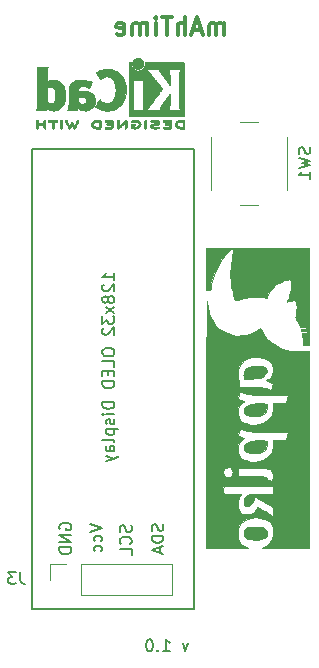
<source format=gbr>
G04 #@! TF.GenerationSoftware,KiCad,Pcbnew,(5.0.2)-1*
G04 #@! TF.CreationDate,2019-06-27T16:40:18+05:30*
G04 #@! TF.ProjectId,mAhTime,6d416854-696d-4652-9e6b-696361645f70,rev?*
G04 #@! TF.SameCoordinates,Original*
G04 #@! TF.FileFunction,Legend,Bot*
G04 #@! TF.FilePolarity,Positive*
%FSLAX46Y46*%
G04 Gerber Fmt 4.6, Leading zero omitted, Abs format (unit mm)*
G04 Created by KiCad (PCBNEW (5.0.2)-1) date 06/27/19 16:40:18*
%MOMM*%
%LPD*%
G01*
G04 APERTURE LIST*
%ADD10C,0.300000*%
%ADD11C,0.150000*%
%ADD12C,0.010000*%
%ADD13C,0.120000*%
G04 APERTURE END LIST*
D10*
X33735714Y-15678571D02*
X33735714Y-14678571D01*
X33735714Y-14821428D02*
X33664285Y-14750000D01*
X33521428Y-14678571D01*
X33307142Y-14678571D01*
X33164285Y-14750000D01*
X33092857Y-14892857D01*
X33092857Y-15678571D01*
X33092857Y-14892857D02*
X33021428Y-14750000D01*
X32878571Y-14678571D01*
X32664285Y-14678571D01*
X32521428Y-14750000D01*
X32450000Y-14892857D01*
X32450000Y-15678571D01*
X31807142Y-15250000D02*
X31092857Y-15250000D01*
X31950000Y-15678571D02*
X31450000Y-14178571D01*
X30950000Y-15678571D01*
X30450000Y-15678571D02*
X30450000Y-14178571D01*
X29807142Y-15678571D02*
X29807142Y-14892857D01*
X29878571Y-14750000D01*
X30021428Y-14678571D01*
X30235714Y-14678571D01*
X30378571Y-14750000D01*
X30450000Y-14821428D01*
X29307142Y-14178571D02*
X28450000Y-14178571D01*
X28878571Y-15678571D02*
X28878571Y-14178571D01*
X27950000Y-15678571D02*
X27950000Y-14678571D01*
X27950000Y-14178571D02*
X28021428Y-14250000D01*
X27950000Y-14321428D01*
X27878571Y-14250000D01*
X27950000Y-14178571D01*
X27950000Y-14321428D01*
X27235714Y-15678571D02*
X27235714Y-14678571D01*
X27235714Y-14821428D02*
X27164285Y-14750000D01*
X27021428Y-14678571D01*
X26807142Y-14678571D01*
X26664285Y-14750000D01*
X26592857Y-14892857D01*
X26592857Y-15678571D01*
X26592857Y-14892857D02*
X26521428Y-14750000D01*
X26378571Y-14678571D01*
X26164285Y-14678571D01*
X26021428Y-14750000D01*
X25950000Y-14892857D01*
X25950000Y-15678571D01*
X24664285Y-15607142D02*
X24807142Y-15678571D01*
X25092857Y-15678571D01*
X25235714Y-15607142D01*
X25307142Y-15464285D01*
X25307142Y-14892857D01*
X25235714Y-14750000D01*
X25092857Y-14678571D01*
X24807142Y-14678571D01*
X24664285Y-14750000D01*
X24592857Y-14892857D01*
X24592857Y-15035714D01*
X25307142Y-15178571D01*
D11*
X30709523Y-67185714D02*
X30471428Y-67852380D01*
X30233333Y-67185714D01*
X28566666Y-67852380D02*
X29138095Y-67852380D01*
X28852380Y-67852380D02*
X28852380Y-66852380D01*
X28947619Y-66995238D01*
X29042857Y-67090476D01*
X29138095Y-67138095D01*
X28138095Y-67757142D02*
X28090476Y-67804761D01*
X28138095Y-67852380D01*
X28185714Y-67804761D01*
X28138095Y-67757142D01*
X28138095Y-67852380D01*
X27471428Y-66852380D02*
X27376190Y-66852380D01*
X27280952Y-66900000D01*
X27233333Y-66947619D01*
X27185714Y-67042857D01*
X27138095Y-67233333D01*
X27138095Y-67471428D01*
X27185714Y-67661904D01*
X27233333Y-67757142D01*
X27280952Y-67804761D01*
X27376190Y-67852380D01*
X27471428Y-67852380D01*
X27566666Y-67804761D01*
X27614285Y-67757142D01*
X27661904Y-67661904D01*
X27709523Y-67471428D01*
X27709523Y-67233333D01*
X27661904Y-67042857D01*
X27614285Y-66947619D01*
X27566666Y-66900000D01*
X27471428Y-66852380D01*
D12*
G04 #@! TO.C,G\002A\002A\002A*
G36*
X35392584Y-44475508D02*
X35414276Y-44579916D01*
X35435435Y-44680274D01*
X35461302Y-44802049D01*
X36041234Y-44780240D01*
X36357366Y-44762634D01*
X36605346Y-44733797D01*
X36801391Y-44689578D01*
X36961720Y-44625829D01*
X37102550Y-44538401D01*
X37158984Y-44494284D01*
X37302285Y-44335677D01*
X37370819Y-44162715D01*
X37371432Y-44040760D01*
X37310615Y-43919726D01*
X37175689Y-43821046D01*
X36975015Y-43747902D01*
X36716952Y-43703478D01*
X36451833Y-43690666D01*
X36105499Y-43713047D01*
X35829683Y-43780695D01*
X35622878Y-43894373D01*
X35483576Y-44054840D01*
X35421335Y-44210890D01*
X35396508Y-44342680D01*
X35389920Y-44451816D01*
X35392584Y-44475508D01*
X35392584Y-44475508D01*
G37*
X35392584Y-44475508D02*
X35414276Y-44579916D01*
X35435435Y-44680274D01*
X35461302Y-44802049D01*
X36041234Y-44780240D01*
X36357366Y-44762634D01*
X36605346Y-44733797D01*
X36801391Y-44689578D01*
X36961720Y-44625829D01*
X37102550Y-44538401D01*
X37158984Y-44494284D01*
X37302285Y-44335677D01*
X37370819Y-44162715D01*
X37371432Y-44040760D01*
X37310615Y-43919726D01*
X37175689Y-43821046D01*
X36975015Y-43747902D01*
X36716952Y-43703478D01*
X36451833Y-43690666D01*
X36105499Y-43713047D01*
X35829683Y-43780695D01*
X35622878Y-43894373D01*
X35483576Y-44054840D01*
X35421335Y-44210890D01*
X35396508Y-44342680D01*
X35389920Y-44451816D01*
X35392584Y-44475508D01*
G36*
X35445463Y-50809277D02*
X35567090Y-50934078D01*
X35595791Y-50952556D01*
X35673270Y-50989685D01*
X35772668Y-51015725D01*
X35911546Y-51033284D01*
X36107466Y-51044972D01*
X36251940Y-51050022D01*
X36474308Y-51055417D01*
X36632729Y-51054382D01*
X36747833Y-51044331D01*
X36840253Y-51022678D01*
X36930619Y-50986838D01*
X36993105Y-50957120D01*
X37193646Y-50821585D01*
X37321294Y-50645380D01*
X37377417Y-50425598D01*
X37364757Y-50167666D01*
X37340833Y-50019500D01*
X36832833Y-50006050D01*
X36501830Y-50005151D01*
X36236635Y-50024100D01*
X36020060Y-50066009D01*
X35834915Y-50133989D01*
X35692834Y-50212420D01*
X35524037Y-50352433D01*
X35425500Y-50506530D01*
X35398788Y-50662787D01*
X35445463Y-50809277D01*
X35445463Y-50809277D01*
G37*
X35445463Y-50809277D02*
X35567090Y-50934078D01*
X35595791Y-50952556D01*
X35673270Y-50989685D01*
X35772668Y-51015725D01*
X35911546Y-51033284D01*
X36107466Y-51044972D01*
X36251940Y-51050022D01*
X36474308Y-51055417D01*
X36632729Y-51054382D01*
X36747833Y-51044331D01*
X36840253Y-51022678D01*
X36930619Y-50986838D01*
X36993105Y-50957120D01*
X37193646Y-50821585D01*
X37321294Y-50645380D01*
X37377417Y-50425598D01*
X37364757Y-50167666D01*
X37340833Y-50019500D01*
X36832833Y-50006050D01*
X36501830Y-50005151D01*
X36236635Y-50024100D01*
X36020060Y-50066009D01*
X35834915Y-50133989D01*
X35692834Y-50212420D01*
X35524037Y-50352433D01*
X35425500Y-50506530D01*
X35398788Y-50662787D01*
X35445463Y-50809277D01*
G36*
X35445463Y-47676611D02*
X35567090Y-47801412D01*
X35595791Y-47819889D01*
X35673270Y-47857019D01*
X35772668Y-47883058D01*
X35911546Y-47900618D01*
X36107466Y-47912305D01*
X36251940Y-47917355D01*
X36474308Y-47922750D01*
X36632729Y-47921715D01*
X36747833Y-47911664D01*
X36840253Y-47890012D01*
X36930619Y-47854171D01*
X36993105Y-47824454D01*
X37193646Y-47688918D01*
X37321294Y-47512714D01*
X37377417Y-47292931D01*
X37364757Y-47035000D01*
X37340833Y-46886833D01*
X36832833Y-46873384D01*
X36501830Y-46872485D01*
X36236635Y-46891434D01*
X36020060Y-46933342D01*
X35834915Y-47001322D01*
X35692834Y-47079753D01*
X35524037Y-47219767D01*
X35425500Y-47373864D01*
X35398788Y-47530120D01*
X35445463Y-47676611D01*
X35445463Y-47676611D01*
G37*
X35445463Y-47676611D02*
X35567090Y-47801412D01*
X35595791Y-47819889D01*
X35673270Y-47857019D01*
X35772668Y-47883058D01*
X35911546Y-47900618D01*
X36107466Y-47912305D01*
X36251940Y-47917355D01*
X36474308Y-47922750D01*
X36632729Y-47921715D01*
X36747833Y-47911664D01*
X36840253Y-47890012D01*
X36930619Y-47854171D01*
X36993105Y-47824454D01*
X37193646Y-47688918D01*
X37321294Y-47512714D01*
X37377417Y-47292931D01*
X37364757Y-47035000D01*
X37340833Y-46886833D01*
X36832833Y-46873384D01*
X36501830Y-46872485D01*
X36236635Y-46891434D01*
X36020060Y-46933342D01*
X35834915Y-47001322D01*
X35692834Y-47079753D01*
X35524037Y-47219767D01*
X35425500Y-47373864D01*
X35398788Y-47530120D01*
X35445463Y-47676611D01*
G36*
X32408193Y-37298333D02*
X32483701Y-37297811D01*
X32536413Y-37287219D01*
X32572927Y-37253011D01*
X32599838Y-37181646D01*
X32623743Y-37059581D01*
X32651238Y-36873272D01*
X32665930Y-36769166D01*
X32778350Y-36246250D01*
X32963371Y-35720263D01*
X33211842Y-35207304D01*
X33514609Y-34723471D01*
X33862520Y-34284863D01*
X34246420Y-33907580D01*
X34334229Y-33834863D01*
X34502624Y-33700000D01*
X32239667Y-33700000D01*
X32239667Y-37298333D01*
X32408193Y-37298333D01*
X32408193Y-37298333D01*
G37*
X32408193Y-37298333D02*
X32483701Y-37297811D01*
X32536413Y-37287219D01*
X32572927Y-37253011D01*
X32599838Y-37181646D01*
X32623743Y-37059581D01*
X32651238Y-36873272D01*
X32665930Y-36769166D01*
X32778350Y-36246250D01*
X32963371Y-35720263D01*
X33211842Y-35207304D01*
X33514609Y-34723471D01*
X33862520Y-34284863D01*
X34246420Y-33907580D01*
X34334229Y-33834863D01*
X34502624Y-33700000D01*
X32239667Y-33700000D01*
X32239667Y-37298333D01*
X32408193Y-37298333D01*
G36*
X35434651Y-58015835D02*
X35540504Y-58174800D01*
X35616530Y-58237789D01*
X35799179Y-58322276D01*
X36038136Y-58378470D01*
X36309584Y-58405433D01*
X36589704Y-58402228D01*
X36854678Y-58367917D01*
X37080689Y-58301561D01*
X37093796Y-58295971D01*
X37262540Y-58183151D01*
X37359754Y-58028292D01*
X37381053Y-57840724D01*
X37359762Y-57730201D01*
X37284907Y-57572261D01*
X37159568Y-57453557D01*
X36976713Y-57371190D01*
X36729307Y-57322261D01*
X36410319Y-57303872D01*
X36324833Y-57303665D01*
X36022879Y-57316773D01*
X35792513Y-57354629D01*
X35623232Y-57421259D01*
X35504534Y-57520692D01*
X35430091Y-57646713D01*
X35395341Y-57831861D01*
X35434651Y-58015835D01*
X35434651Y-58015835D01*
G37*
X35434651Y-58015835D02*
X35540504Y-58174800D01*
X35616530Y-58237789D01*
X35799179Y-58322276D01*
X36038136Y-58378470D01*
X36309584Y-58405433D01*
X36589704Y-58402228D01*
X36854678Y-58367917D01*
X37080689Y-58301561D01*
X37093796Y-58295971D01*
X37262540Y-58183151D01*
X37359754Y-58028292D01*
X37381053Y-57840724D01*
X37359762Y-57730201D01*
X37284907Y-57572261D01*
X37159568Y-57453557D01*
X36976713Y-57371190D01*
X36729307Y-57322261D01*
X36410319Y-57303872D01*
X36324833Y-57303665D01*
X36022879Y-57316773D01*
X35792513Y-57354629D01*
X35623232Y-57421259D01*
X35504534Y-57520692D01*
X35430091Y-57646713D01*
X35395341Y-57831861D01*
X35434651Y-58015835D01*
G36*
X34070583Y-59139384D02*
X34510665Y-59138513D01*
X34872513Y-59137273D01*
X35162558Y-59135396D01*
X35387232Y-59132617D01*
X35552968Y-59128668D01*
X35666197Y-59123283D01*
X35733351Y-59116196D01*
X35760862Y-59107139D01*
X35755162Y-59095846D01*
X35722684Y-59082051D01*
X35692055Y-59072165D01*
X35406367Y-58950771D01*
X35185638Y-58779405D01*
X35022517Y-58552139D01*
X35005110Y-58518080D01*
X34947197Y-58390504D01*
X34911697Y-58277455D01*
X34893439Y-58150635D01*
X34887248Y-57981745D01*
X34887062Y-57872333D01*
X34890869Y-57670505D01*
X34903737Y-57526268D01*
X34930635Y-57412641D01*
X34976526Y-57302648D01*
X35000760Y-57254689D01*
X35179773Y-56999517D01*
X35419859Y-56796580D01*
X35713097Y-56649038D01*
X36051569Y-56560048D01*
X36427353Y-56532773D01*
X36748676Y-56557391D01*
X37104406Y-56634115D01*
X37390724Y-56757522D01*
X37610874Y-56930834D01*
X37768105Y-57157273D01*
X37865664Y-57440061D01*
X37902449Y-57702189D01*
X37890718Y-58052698D01*
X37804959Y-58364388D01*
X37648380Y-58632518D01*
X37424194Y-58852344D01*
X37135611Y-59019125D01*
X36968891Y-59080918D01*
X36937400Y-59093681D01*
X36935386Y-59104420D01*
X36968736Y-59113318D01*
X37043337Y-59120554D01*
X37165073Y-59126310D01*
X37339831Y-59130766D01*
X37573497Y-59134104D01*
X37871958Y-59136503D01*
X38241099Y-59138146D01*
X38686807Y-59139212D01*
X38875417Y-59139501D01*
X40960333Y-59142333D01*
X40960333Y-42420453D01*
X40124250Y-42428275D01*
X39780392Y-42429051D01*
X39503473Y-42422331D01*
X39275896Y-42405301D01*
X39080063Y-42375144D01*
X38898376Y-42329047D01*
X38713237Y-42264192D01*
X38507048Y-42177765D01*
X38478025Y-42164908D01*
X38105418Y-41962784D01*
X37746444Y-41699911D01*
X37419572Y-41393283D01*
X37143276Y-41059894D01*
X36963937Y-40771890D01*
X36869031Y-40606483D01*
X36798146Y-40516427D01*
X36756016Y-40502079D01*
X36695313Y-40542418D01*
X36592419Y-40613964D01*
X36510694Y-40671922D01*
X36413589Y-40728609D01*
X36413589Y-42939861D01*
X36741032Y-42954070D01*
X37051551Y-43014429D01*
X37330092Y-43117989D01*
X37561602Y-43261805D01*
X37731027Y-43442929D01*
X37733364Y-43446437D01*
X37794768Y-43552480D01*
X37832361Y-43661063D01*
X37853332Y-43800933D01*
X37863501Y-43966943D01*
X37855134Y-44252887D01*
X37798713Y-44477761D01*
X37688025Y-44654100D01*
X37516859Y-44794438D01*
X37428920Y-44843887D01*
X37305340Y-44907039D01*
X37471253Y-44960258D01*
X37620272Y-45023580D01*
X37761910Y-45106857D01*
X37773622Y-45115366D01*
X37910077Y-45217254D01*
X37822064Y-45438210D01*
X37770073Y-45568635D01*
X37729868Y-45669319D01*
X37715072Y-45706238D01*
X37664992Y-45720686D01*
X37544405Y-45689590D01*
X37450139Y-45653965D01*
X37275510Y-45592543D01*
X37084803Y-45545419D01*
X36864742Y-45511080D01*
X36602051Y-45488014D01*
X36283455Y-45474707D01*
X35895677Y-45469645D01*
X35831815Y-45469505D01*
X35129680Y-45468759D01*
X35129680Y-45856940D01*
X35286727Y-45938797D01*
X35392464Y-45988980D01*
X35505349Y-46030474D01*
X35634267Y-46064075D01*
X35788104Y-46090581D01*
X35975745Y-46110789D01*
X36206076Y-46125496D01*
X36487981Y-46135501D01*
X36830345Y-46141599D01*
X37242055Y-46144589D01*
X37587613Y-46145264D01*
X39146727Y-46146000D01*
X39124284Y-46262416D01*
X39103552Y-46369515D01*
X39074418Y-46519503D01*
X39054419Y-46622250D01*
X39006997Y-46865666D01*
X37879603Y-46865666D01*
X37861926Y-47299583D01*
X37848443Y-47526293D01*
X37826837Y-47691323D01*
X37792964Y-47817565D01*
X37751004Y-47912292D01*
X37569161Y-48172434D01*
X37326065Y-48384201D01*
X37032763Y-48543281D01*
X36700302Y-48645358D01*
X36339727Y-48686119D01*
X35962086Y-48661250D01*
X35873201Y-48645641D01*
X35542781Y-48554891D01*
X35285557Y-48424771D01*
X35129680Y-48280647D01*
X35129680Y-48989606D01*
X35286727Y-49071464D01*
X35392464Y-49121647D01*
X35505349Y-49163141D01*
X35634267Y-49196742D01*
X35788104Y-49223247D01*
X35975745Y-49243455D01*
X36206076Y-49258163D01*
X36487981Y-49268167D01*
X36830345Y-49274265D01*
X37242055Y-49277255D01*
X37587613Y-49277931D01*
X39146727Y-49278666D01*
X39124284Y-49395083D01*
X39103552Y-49502182D01*
X39074418Y-49652170D01*
X39054419Y-49754916D01*
X39006997Y-49998333D01*
X37879603Y-49998333D01*
X37861926Y-50432250D01*
X37848443Y-50658960D01*
X37826837Y-50823990D01*
X37792964Y-50950232D01*
X37751004Y-51044959D01*
X37569161Y-51305100D01*
X37326065Y-51516868D01*
X37032763Y-51675948D01*
X36700302Y-51778025D01*
X36339727Y-51818786D01*
X35962086Y-51793916D01*
X35873201Y-51778307D01*
X35541748Y-51686820D01*
X35283392Y-51555221D01*
X35094865Y-51379962D01*
X34972899Y-51157497D01*
X34949000Y-51046204D01*
X34949000Y-52321963D01*
X36187250Y-52334898D01*
X36572851Y-52339521D01*
X36883328Y-52345676D01*
X37128224Y-52355154D01*
X37317081Y-52369747D01*
X37459441Y-52391246D01*
X37564847Y-52421442D01*
X37642841Y-52462125D01*
X37702965Y-52515088D01*
X37754762Y-52582121D01*
X37789459Y-52635638D01*
X37838007Y-52733977D01*
X37860631Y-52847747D01*
X37862444Y-53007277D01*
X37860330Y-53056139D01*
X37847162Y-53207148D01*
X37826482Y-53325352D01*
X37803694Y-53383572D01*
X37732423Y-53405041D01*
X37604067Y-53398813D01*
X37572201Y-53393917D01*
X37451114Y-53365690D01*
X37391000Y-53324594D01*
X37368527Y-53256984D01*
X37358664Y-53196313D01*
X37341786Y-53148578D01*
X37308614Y-53112226D01*
X37249868Y-53085708D01*
X37156267Y-53067473D01*
X37018531Y-53055969D01*
X36827381Y-53049647D01*
X36573537Y-53046955D01*
X36247717Y-53046343D01*
X36107983Y-53046333D01*
X34949000Y-53046333D01*
X34949000Y-52321963D01*
X34949000Y-51046204D01*
X34914228Y-50884277D01*
X34907596Y-50729943D01*
X34930990Y-50453450D01*
X35003391Y-50236588D01*
X35131149Y-50065850D01*
X35270661Y-49957684D01*
X35379962Y-49884222D01*
X35423864Y-49840101D01*
X35411206Y-49813956D01*
X35389385Y-49805018D01*
X35203070Y-49737922D01*
X35072294Y-49673878D01*
X35001646Y-49626066D01*
X34906126Y-49553061D01*
X35017903Y-49271334D01*
X35129680Y-48989606D01*
X35129680Y-48280647D01*
X35097723Y-48251099D01*
X34975468Y-48029696D01*
X34914984Y-47756383D01*
X34906667Y-47585006D01*
X34930423Y-47305210D01*
X35006054Y-47084906D01*
X35140100Y-46912074D01*
X35339103Y-46774699D01*
X35351167Y-46768396D01*
X35431469Y-46722761D01*
X35442108Y-46696456D01*
X35393500Y-46674462D01*
X35215825Y-46610355D01*
X35093269Y-46553418D01*
X35001646Y-46493399D01*
X34906126Y-46420394D01*
X35129680Y-45856940D01*
X35129680Y-45468759D01*
X35042463Y-45468666D01*
X34974478Y-45098250D01*
X34927010Y-44758746D01*
X34908860Y-44431121D01*
X34919976Y-44135912D01*
X34960308Y-43893652D01*
X34977613Y-43835791D01*
X35083923Y-43627687D01*
X35251088Y-43421434D01*
X35457521Y-43238171D01*
X35681635Y-43099035D01*
X35768144Y-43061680D01*
X36084275Y-42974748D01*
X36413589Y-42939861D01*
X36413589Y-40728609D01*
X36128716Y-40894910D01*
X35718468Y-41043909D01*
X35290607Y-41120113D01*
X34855792Y-41124719D01*
X34424681Y-41058924D01*
X34071378Y-40944475D01*
X34071378Y-52286132D01*
X34220704Y-52297481D01*
X34317073Y-52338596D01*
X34431876Y-52477054D01*
X34479024Y-52650158D01*
X34454737Y-52836981D01*
X34421399Y-52916305D01*
X34356866Y-53009354D01*
X34290937Y-53062369D01*
X34175310Y-53084583D01*
X34029532Y-53085282D01*
X33891247Y-53066861D01*
X33798100Y-53031715D01*
X33797081Y-53030953D01*
X33735968Y-52954671D01*
X33735968Y-53850666D01*
X37870000Y-53850666D01*
X37870000Y-54528000D01*
X36928083Y-54528929D01*
X36576256Y-54531050D01*
X36297882Y-54538121D01*
X36081793Y-54552364D01*
X35916819Y-54576003D01*
X35791790Y-54611260D01*
X35695538Y-54660358D01*
X35616893Y-54725520D01*
X35549066Y-54803374D01*
X35447521Y-54975316D01*
X35402296Y-55147796D01*
X35408008Y-55307324D01*
X35459272Y-55440409D01*
X35550707Y-55533561D01*
X35676927Y-55573290D01*
X35832549Y-55546103D01*
X35843682Y-55541646D01*
X35959125Y-55459823D01*
X36078862Y-55319157D01*
X36186423Y-55142886D01*
X36265342Y-54954250D01*
X36269499Y-54940750D01*
X36310385Y-54839898D01*
X36353176Y-54785629D01*
X36363284Y-54782591D01*
X36412661Y-54803161D01*
X36523051Y-54860137D01*
X36682493Y-54946989D01*
X36879026Y-55057187D01*
X37100691Y-55184204D01*
X37129167Y-55200704D01*
X37848833Y-55618224D01*
X37861005Y-56004445D01*
X37862462Y-56176669D01*
X37855892Y-56308253D01*
X37842527Y-56381464D01*
X37834163Y-56390666D01*
X37787083Y-56369098D01*
X37681249Y-56309357D01*
X37529233Y-56218893D01*
X37343606Y-56105155D01*
X37186991Y-56007229D01*
X36962412Y-55866856D01*
X36798260Y-55768055D01*
X36684227Y-55705869D01*
X36610003Y-55675339D01*
X36565282Y-55671508D01*
X36539753Y-55689419D01*
X36536500Y-55694404D01*
X36360903Y-55947125D01*
X36178691Y-56122961D01*
X35978476Y-56229559D01*
X35748873Y-56274564D01*
X35668667Y-56277207D01*
X35492968Y-56262602D01*
X35340036Y-56224342D01*
X35300438Y-56207048D01*
X35114700Y-56065909D01*
X34982599Y-55871827D01*
X34905477Y-55638445D01*
X34884674Y-55379402D01*
X34921528Y-55108339D01*
X35017381Y-54838898D01*
X35144866Y-54623250D01*
X35213327Y-54528000D01*
X34424997Y-54528000D01*
X34141673Y-54528849D01*
X33932832Y-54527676D01*
X33788360Y-54518898D01*
X33698149Y-54496933D01*
X33652088Y-54456197D01*
X33640065Y-54391108D01*
X33651972Y-54296083D01*
X33677696Y-54165540D01*
X33686317Y-54120130D01*
X33735968Y-53850666D01*
X33735968Y-52954671D01*
X33697976Y-52907248D01*
X33654156Y-52747383D01*
X33665835Y-52579505D01*
X33733223Y-52431760D01*
X33792116Y-52370834D01*
X33916289Y-52311334D01*
X34071378Y-52286132D01*
X34071378Y-40944475D01*
X34007932Y-40923922D01*
X33616203Y-40720911D01*
X33260153Y-40451086D01*
X33096309Y-40288752D01*
X32901697Y-40045491D01*
X32726689Y-39766635D01*
X32585666Y-39478889D01*
X32493005Y-39208954D01*
X32477616Y-39139833D01*
X32452123Y-39025975D01*
X32413351Y-38873493D01*
X32387802Y-38780000D01*
X32351575Y-38622054D01*
X32316475Y-38419910D01*
X32289377Y-38213844D01*
X32286648Y-38187333D01*
X32283344Y-38195471D01*
X32280095Y-38285203D01*
X32276911Y-38453456D01*
X32273806Y-38697157D01*
X32270792Y-39013232D01*
X32267881Y-39398609D01*
X32265086Y-39850215D01*
X32262419Y-40364977D01*
X32259891Y-40939821D01*
X32257517Y-41571676D01*
X32255307Y-42257467D01*
X32253274Y-42994123D01*
X32251431Y-43778569D01*
X32249789Y-44607734D01*
X32248361Y-45478543D01*
X32247160Y-46387925D01*
X32246198Y-47332806D01*
X32245486Y-48310112D01*
X32245388Y-48484916D01*
X32239667Y-59142333D01*
X34070583Y-59139384D01*
X34070583Y-59139384D01*
G37*
X34070583Y-59139384D02*
X34510665Y-59138513D01*
X34872513Y-59137273D01*
X35162558Y-59135396D01*
X35387232Y-59132617D01*
X35552968Y-59128668D01*
X35666197Y-59123283D01*
X35733351Y-59116196D01*
X35760862Y-59107139D01*
X35755162Y-59095846D01*
X35722684Y-59082051D01*
X35692055Y-59072165D01*
X35406367Y-58950771D01*
X35185638Y-58779405D01*
X35022517Y-58552139D01*
X35005110Y-58518080D01*
X34947197Y-58390504D01*
X34911697Y-58277455D01*
X34893439Y-58150635D01*
X34887248Y-57981745D01*
X34887062Y-57872333D01*
X34890869Y-57670505D01*
X34903737Y-57526268D01*
X34930635Y-57412641D01*
X34976526Y-57302648D01*
X35000760Y-57254689D01*
X35179773Y-56999517D01*
X35419859Y-56796580D01*
X35713097Y-56649038D01*
X36051569Y-56560048D01*
X36427353Y-56532773D01*
X36748676Y-56557391D01*
X37104406Y-56634115D01*
X37390724Y-56757522D01*
X37610874Y-56930834D01*
X37768105Y-57157273D01*
X37865664Y-57440061D01*
X37902449Y-57702189D01*
X37890718Y-58052698D01*
X37804959Y-58364388D01*
X37648380Y-58632518D01*
X37424194Y-58852344D01*
X37135611Y-59019125D01*
X36968891Y-59080918D01*
X36937400Y-59093681D01*
X36935386Y-59104420D01*
X36968736Y-59113318D01*
X37043337Y-59120554D01*
X37165073Y-59126310D01*
X37339831Y-59130766D01*
X37573497Y-59134104D01*
X37871958Y-59136503D01*
X38241099Y-59138146D01*
X38686807Y-59139212D01*
X38875417Y-59139501D01*
X40960333Y-59142333D01*
X40960333Y-42420453D01*
X40124250Y-42428275D01*
X39780392Y-42429051D01*
X39503473Y-42422331D01*
X39275896Y-42405301D01*
X39080063Y-42375144D01*
X38898376Y-42329047D01*
X38713237Y-42264192D01*
X38507048Y-42177765D01*
X38478025Y-42164908D01*
X38105418Y-41962784D01*
X37746444Y-41699911D01*
X37419572Y-41393283D01*
X37143276Y-41059894D01*
X36963937Y-40771890D01*
X36869031Y-40606483D01*
X36798146Y-40516427D01*
X36756016Y-40502079D01*
X36695313Y-40542418D01*
X36592419Y-40613964D01*
X36510694Y-40671922D01*
X36413589Y-40728609D01*
X36413589Y-42939861D01*
X36741032Y-42954070D01*
X37051551Y-43014429D01*
X37330092Y-43117989D01*
X37561602Y-43261805D01*
X37731027Y-43442929D01*
X37733364Y-43446437D01*
X37794768Y-43552480D01*
X37832361Y-43661063D01*
X37853332Y-43800933D01*
X37863501Y-43966943D01*
X37855134Y-44252887D01*
X37798713Y-44477761D01*
X37688025Y-44654100D01*
X37516859Y-44794438D01*
X37428920Y-44843887D01*
X37305340Y-44907039D01*
X37471253Y-44960258D01*
X37620272Y-45023580D01*
X37761910Y-45106857D01*
X37773622Y-45115366D01*
X37910077Y-45217254D01*
X37822064Y-45438210D01*
X37770073Y-45568635D01*
X37729868Y-45669319D01*
X37715072Y-45706238D01*
X37664992Y-45720686D01*
X37544405Y-45689590D01*
X37450139Y-45653965D01*
X37275510Y-45592543D01*
X37084803Y-45545419D01*
X36864742Y-45511080D01*
X36602051Y-45488014D01*
X36283455Y-45474707D01*
X35895677Y-45469645D01*
X35831815Y-45469505D01*
X35129680Y-45468759D01*
X35129680Y-45856940D01*
X35286727Y-45938797D01*
X35392464Y-45988980D01*
X35505349Y-46030474D01*
X35634267Y-46064075D01*
X35788104Y-46090581D01*
X35975745Y-46110789D01*
X36206076Y-46125496D01*
X36487981Y-46135501D01*
X36830345Y-46141599D01*
X37242055Y-46144589D01*
X37587613Y-46145264D01*
X39146727Y-46146000D01*
X39124284Y-46262416D01*
X39103552Y-46369515D01*
X39074418Y-46519503D01*
X39054419Y-46622250D01*
X39006997Y-46865666D01*
X37879603Y-46865666D01*
X37861926Y-47299583D01*
X37848443Y-47526293D01*
X37826837Y-47691323D01*
X37792964Y-47817565D01*
X37751004Y-47912292D01*
X37569161Y-48172434D01*
X37326065Y-48384201D01*
X37032763Y-48543281D01*
X36700302Y-48645358D01*
X36339727Y-48686119D01*
X35962086Y-48661250D01*
X35873201Y-48645641D01*
X35542781Y-48554891D01*
X35285557Y-48424771D01*
X35129680Y-48280647D01*
X35129680Y-48989606D01*
X35286727Y-49071464D01*
X35392464Y-49121647D01*
X35505349Y-49163141D01*
X35634267Y-49196742D01*
X35788104Y-49223247D01*
X35975745Y-49243455D01*
X36206076Y-49258163D01*
X36487981Y-49268167D01*
X36830345Y-49274265D01*
X37242055Y-49277255D01*
X37587613Y-49277931D01*
X39146727Y-49278666D01*
X39124284Y-49395083D01*
X39103552Y-49502182D01*
X39074418Y-49652170D01*
X39054419Y-49754916D01*
X39006997Y-49998333D01*
X37879603Y-49998333D01*
X37861926Y-50432250D01*
X37848443Y-50658960D01*
X37826837Y-50823990D01*
X37792964Y-50950232D01*
X37751004Y-51044959D01*
X37569161Y-51305100D01*
X37326065Y-51516868D01*
X37032763Y-51675948D01*
X36700302Y-51778025D01*
X36339727Y-51818786D01*
X35962086Y-51793916D01*
X35873201Y-51778307D01*
X35541748Y-51686820D01*
X35283392Y-51555221D01*
X35094865Y-51379962D01*
X34972899Y-51157497D01*
X34949000Y-51046204D01*
X34949000Y-52321963D01*
X36187250Y-52334898D01*
X36572851Y-52339521D01*
X36883328Y-52345676D01*
X37128224Y-52355154D01*
X37317081Y-52369747D01*
X37459441Y-52391246D01*
X37564847Y-52421442D01*
X37642841Y-52462125D01*
X37702965Y-52515088D01*
X37754762Y-52582121D01*
X37789459Y-52635638D01*
X37838007Y-52733977D01*
X37860631Y-52847747D01*
X37862444Y-53007277D01*
X37860330Y-53056139D01*
X37847162Y-53207148D01*
X37826482Y-53325352D01*
X37803694Y-53383572D01*
X37732423Y-53405041D01*
X37604067Y-53398813D01*
X37572201Y-53393917D01*
X37451114Y-53365690D01*
X37391000Y-53324594D01*
X37368527Y-53256984D01*
X37358664Y-53196313D01*
X37341786Y-53148578D01*
X37308614Y-53112226D01*
X37249868Y-53085708D01*
X37156267Y-53067473D01*
X37018531Y-53055969D01*
X36827381Y-53049647D01*
X36573537Y-53046955D01*
X36247717Y-53046343D01*
X36107983Y-53046333D01*
X34949000Y-53046333D01*
X34949000Y-52321963D01*
X34949000Y-51046204D01*
X34914228Y-50884277D01*
X34907596Y-50729943D01*
X34930990Y-50453450D01*
X35003391Y-50236588D01*
X35131149Y-50065850D01*
X35270661Y-49957684D01*
X35379962Y-49884222D01*
X35423864Y-49840101D01*
X35411206Y-49813956D01*
X35389385Y-49805018D01*
X35203070Y-49737922D01*
X35072294Y-49673878D01*
X35001646Y-49626066D01*
X34906126Y-49553061D01*
X35017903Y-49271334D01*
X35129680Y-48989606D01*
X35129680Y-48280647D01*
X35097723Y-48251099D01*
X34975468Y-48029696D01*
X34914984Y-47756383D01*
X34906667Y-47585006D01*
X34930423Y-47305210D01*
X35006054Y-47084906D01*
X35140100Y-46912074D01*
X35339103Y-46774699D01*
X35351167Y-46768396D01*
X35431469Y-46722761D01*
X35442108Y-46696456D01*
X35393500Y-46674462D01*
X35215825Y-46610355D01*
X35093269Y-46553418D01*
X35001646Y-46493399D01*
X34906126Y-46420394D01*
X35129680Y-45856940D01*
X35129680Y-45468759D01*
X35042463Y-45468666D01*
X34974478Y-45098250D01*
X34927010Y-44758746D01*
X34908860Y-44431121D01*
X34919976Y-44135912D01*
X34960308Y-43893652D01*
X34977613Y-43835791D01*
X35083923Y-43627687D01*
X35251088Y-43421434D01*
X35457521Y-43238171D01*
X35681635Y-43099035D01*
X35768144Y-43061680D01*
X36084275Y-42974748D01*
X36413589Y-42939861D01*
X36413589Y-40728609D01*
X36128716Y-40894910D01*
X35718468Y-41043909D01*
X35290607Y-41120113D01*
X34855792Y-41124719D01*
X34424681Y-41058924D01*
X34071378Y-40944475D01*
X34071378Y-52286132D01*
X34220704Y-52297481D01*
X34317073Y-52338596D01*
X34431876Y-52477054D01*
X34479024Y-52650158D01*
X34454737Y-52836981D01*
X34421399Y-52916305D01*
X34356866Y-53009354D01*
X34290937Y-53062369D01*
X34175310Y-53084583D01*
X34029532Y-53085282D01*
X33891247Y-53066861D01*
X33798100Y-53031715D01*
X33797081Y-53030953D01*
X33735968Y-52954671D01*
X33735968Y-53850666D01*
X37870000Y-53850666D01*
X37870000Y-54528000D01*
X36928083Y-54528929D01*
X36576256Y-54531050D01*
X36297882Y-54538121D01*
X36081793Y-54552364D01*
X35916819Y-54576003D01*
X35791790Y-54611260D01*
X35695538Y-54660358D01*
X35616893Y-54725520D01*
X35549066Y-54803374D01*
X35447521Y-54975316D01*
X35402296Y-55147796D01*
X35408008Y-55307324D01*
X35459272Y-55440409D01*
X35550707Y-55533561D01*
X35676927Y-55573290D01*
X35832549Y-55546103D01*
X35843682Y-55541646D01*
X35959125Y-55459823D01*
X36078862Y-55319157D01*
X36186423Y-55142886D01*
X36265342Y-54954250D01*
X36269499Y-54940750D01*
X36310385Y-54839898D01*
X36353176Y-54785629D01*
X36363284Y-54782591D01*
X36412661Y-54803161D01*
X36523051Y-54860137D01*
X36682493Y-54946989D01*
X36879026Y-55057187D01*
X37100691Y-55184204D01*
X37129167Y-55200704D01*
X37848833Y-55618224D01*
X37861005Y-56004445D01*
X37862462Y-56176669D01*
X37855892Y-56308253D01*
X37842527Y-56381464D01*
X37834163Y-56390666D01*
X37787083Y-56369098D01*
X37681249Y-56309357D01*
X37529233Y-56218893D01*
X37343606Y-56105155D01*
X37186991Y-56007229D01*
X36962412Y-55866856D01*
X36798260Y-55768055D01*
X36684227Y-55705869D01*
X36610003Y-55675339D01*
X36565282Y-55671508D01*
X36539753Y-55689419D01*
X36536500Y-55694404D01*
X36360903Y-55947125D01*
X36178691Y-56122961D01*
X35978476Y-56229559D01*
X35748873Y-56274564D01*
X35668667Y-56277207D01*
X35492968Y-56262602D01*
X35340036Y-56224342D01*
X35300438Y-56207048D01*
X35114700Y-56065909D01*
X34982599Y-55871827D01*
X34905477Y-55638445D01*
X34884674Y-55379402D01*
X34921528Y-55108339D01*
X35017381Y-54838898D01*
X35144866Y-54623250D01*
X35213327Y-54528000D01*
X34424997Y-54528000D01*
X34141673Y-54528849D01*
X33932832Y-54527676D01*
X33788360Y-54518898D01*
X33698149Y-54496933D01*
X33652088Y-54456197D01*
X33640065Y-54391108D01*
X33651972Y-54296083D01*
X33677696Y-54165540D01*
X33686317Y-54120130D01*
X33735968Y-53850666D01*
X33735968Y-52954671D01*
X33697976Y-52907248D01*
X33654156Y-52747383D01*
X33665835Y-52579505D01*
X33733223Y-52431760D01*
X33792116Y-52370834D01*
X33916289Y-52311334D01*
X34071378Y-52286132D01*
X34071378Y-40944475D01*
X34007932Y-40923922D01*
X33616203Y-40720911D01*
X33260153Y-40451086D01*
X33096309Y-40288752D01*
X32901697Y-40045491D01*
X32726689Y-39766635D01*
X32585666Y-39478889D01*
X32493005Y-39208954D01*
X32477616Y-39139833D01*
X32452123Y-39025975D01*
X32413351Y-38873493D01*
X32387802Y-38780000D01*
X32351575Y-38622054D01*
X32316475Y-38419910D01*
X32289377Y-38213844D01*
X32286648Y-38187333D01*
X32283344Y-38195471D01*
X32280095Y-38285203D01*
X32276911Y-38453456D01*
X32273806Y-38697157D01*
X32270792Y-39013232D01*
X32267881Y-39398609D01*
X32265086Y-39850215D01*
X32262419Y-40364977D01*
X32259891Y-40939821D01*
X32257517Y-41571676D01*
X32255307Y-42257467D01*
X32253274Y-42994123D01*
X32251431Y-43778569D01*
X32249789Y-44607734D01*
X32248361Y-45478543D01*
X32247160Y-46387925D01*
X32246198Y-47332806D01*
X32245486Y-48310112D01*
X32245388Y-48484916D01*
X32239667Y-59142333D01*
X34070583Y-59139384D01*
G36*
X34314248Y-36622110D02*
X34337656Y-36783189D01*
X34373452Y-36986009D01*
X34417882Y-37213439D01*
X34467198Y-37448343D01*
X34517647Y-37673589D01*
X34565479Y-37872044D01*
X34606943Y-38026573D01*
X34638288Y-38120044D01*
X34645153Y-38133610D01*
X34684762Y-38157256D01*
X34765039Y-38146825D01*
X34903290Y-38100055D01*
X34904029Y-38099774D01*
X35452856Y-37935428D01*
X36026788Y-37847330D01*
X36610094Y-37837559D01*
X36788693Y-37850601D01*
X36976002Y-37869975D01*
X37141157Y-37890026D01*
X37259041Y-37907577D01*
X37291292Y-37914140D01*
X37368303Y-37919256D01*
X37408537Y-37868913D01*
X37422682Y-37820150D01*
X37482571Y-37663118D01*
X37587353Y-37471632D01*
X37720962Y-37269995D01*
X37867330Y-37082509D01*
X38006638Y-36936852D01*
X38181861Y-36800591D01*
X38391060Y-36672091D01*
X38616826Y-36558531D01*
X38841755Y-36467089D01*
X39048440Y-36404943D01*
X39219474Y-36379272D01*
X39326558Y-36392511D01*
X39372590Y-36451308D01*
X39406238Y-36576227D01*
X39425300Y-36749340D01*
X39427576Y-36952715D01*
X39416126Y-37122337D01*
X39385917Y-37311782D01*
X39334919Y-37530562D01*
X39270918Y-37752453D01*
X39201699Y-37951233D01*
X39135048Y-38100678D01*
X39116100Y-38132927D01*
X39070736Y-38209191D01*
X39055333Y-38245325D01*
X39092336Y-38245637D01*
X39188236Y-38227357D01*
X39292018Y-38202155D01*
X39454708Y-38169248D01*
X39611522Y-38152792D01*
X39683602Y-38153257D01*
X39838500Y-38166166D01*
X39869470Y-38420166D01*
X39884593Y-38745531D01*
X39859498Y-39101246D01*
X39811889Y-39380313D01*
X39794551Y-39471006D01*
X39791969Y-39548622D01*
X39809254Y-39632925D01*
X39851513Y-39743677D01*
X39923855Y-39900643D01*
X39972565Y-40001931D01*
X40177167Y-40425403D01*
X40462917Y-40428201D01*
X40621014Y-40433840D01*
X40710169Y-40449281D01*
X40745877Y-40478118D01*
X40748667Y-40494500D01*
X40729422Y-40531090D01*
X40661075Y-40550892D01*
X40527702Y-40557816D01*
X40490137Y-40558000D01*
X40347562Y-40561183D01*
X40273479Y-40573807D01*
X40251849Y-40600484D01*
X40257304Y-40624962D01*
X40279718Y-40692446D01*
X40283000Y-40709629D01*
X40321300Y-40719327D01*
X40420093Y-40725757D01*
X40515833Y-40727333D01*
X40650387Y-40731008D01*
X40720482Y-40746897D01*
X40746183Y-40782296D01*
X40748667Y-40812000D01*
X40737765Y-40862365D01*
X40691298Y-40887738D01*
X40588620Y-40896201D01*
X40532471Y-40896666D01*
X40406472Y-40900177D01*
X40347734Y-40915293D01*
X40338985Y-40948887D01*
X40346300Y-40970750D01*
X40363369Y-41042676D01*
X40385275Y-41177066D01*
X40408712Y-41352108D01*
X40423350Y-41478750D01*
X40470374Y-41912666D01*
X40960333Y-41912666D01*
X40960333Y-33700000D01*
X34571263Y-33700000D01*
X34528833Y-33858750D01*
X34379754Y-34547076D01*
X34293138Y-35252169D01*
X34270735Y-35951493D01*
X34314248Y-36622110D01*
X34314248Y-36622110D01*
G37*
X34314248Y-36622110D02*
X34337656Y-36783189D01*
X34373452Y-36986009D01*
X34417882Y-37213439D01*
X34467198Y-37448343D01*
X34517647Y-37673589D01*
X34565479Y-37872044D01*
X34606943Y-38026573D01*
X34638288Y-38120044D01*
X34645153Y-38133610D01*
X34684762Y-38157256D01*
X34765039Y-38146825D01*
X34903290Y-38100055D01*
X34904029Y-38099774D01*
X35452856Y-37935428D01*
X36026788Y-37847330D01*
X36610094Y-37837559D01*
X36788693Y-37850601D01*
X36976002Y-37869975D01*
X37141157Y-37890026D01*
X37259041Y-37907577D01*
X37291292Y-37914140D01*
X37368303Y-37919256D01*
X37408537Y-37868913D01*
X37422682Y-37820150D01*
X37482571Y-37663118D01*
X37587353Y-37471632D01*
X37720962Y-37269995D01*
X37867330Y-37082509D01*
X38006638Y-36936852D01*
X38181861Y-36800591D01*
X38391060Y-36672091D01*
X38616826Y-36558531D01*
X38841755Y-36467089D01*
X39048440Y-36404943D01*
X39219474Y-36379272D01*
X39326558Y-36392511D01*
X39372590Y-36451308D01*
X39406238Y-36576227D01*
X39425300Y-36749340D01*
X39427576Y-36952715D01*
X39416126Y-37122337D01*
X39385917Y-37311782D01*
X39334919Y-37530562D01*
X39270918Y-37752453D01*
X39201699Y-37951233D01*
X39135048Y-38100678D01*
X39116100Y-38132927D01*
X39070736Y-38209191D01*
X39055333Y-38245325D01*
X39092336Y-38245637D01*
X39188236Y-38227357D01*
X39292018Y-38202155D01*
X39454708Y-38169248D01*
X39611522Y-38152792D01*
X39683602Y-38153257D01*
X39838500Y-38166166D01*
X39869470Y-38420166D01*
X39884593Y-38745531D01*
X39859498Y-39101246D01*
X39811889Y-39380313D01*
X39794551Y-39471006D01*
X39791969Y-39548622D01*
X39809254Y-39632925D01*
X39851513Y-39743677D01*
X39923855Y-39900643D01*
X39972565Y-40001931D01*
X40177167Y-40425403D01*
X40462917Y-40428201D01*
X40621014Y-40433840D01*
X40710169Y-40449281D01*
X40745877Y-40478118D01*
X40748667Y-40494500D01*
X40729422Y-40531090D01*
X40661075Y-40550892D01*
X40527702Y-40557816D01*
X40490137Y-40558000D01*
X40347562Y-40561183D01*
X40273479Y-40573807D01*
X40251849Y-40600484D01*
X40257304Y-40624962D01*
X40279718Y-40692446D01*
X40283000Y-40709629D01*
X40321300Y-40719327D01*
X40420093Y-40725757D01*
X40515833Y-40727333D01*
X40650387Y-40731008D01*
X40720482Y-40746897D01*
X40746183Y-40782296D01*
X40748667Y-40812000D01*
X40737765Y-40862365D01*
X40691298Y-40887738D01*
X40588620Y-40896201D01*
X40532471Y-40896666D01*
X40406472Y-40900177D01*
X40347734Y-40915293D01*
X40338985Y-40948887D01*
X40346300Y-40970750D01*
X40363369Y-41042676D01*
X40385275Y-41177066D01*
X40408712Y-41352108D01*
X40423350Y-41478750D01*
X40470374Y-41912666D01*
X40960333Y-41912666D01*
X40960333Y-33700000D01*
X34571263Y-33700000D01*
X34528833Y-33858750D01*
X34379754Y-34547076D01*
X34293138Y-35252169D01*
X34270735Y-35951493D01*
X34314248Y-36622110D01*
D13*
G04 #@! TO.C,J3*
X19030000Y-60470000D02*
X19030000Y-61800000D01*
X20360000Y-60470000D02*
X19030000Y-60470000D01*
X21630000Y-60470000D02*
X21630000Y-63130000D01*
X21630000Y-63130000D02*
X29310000Y-63130000D01*
X21630000Y-60470000D02*
X29310000Y-60470000D01*
X29310000Y-60470000D02*
X29310000Y-63130000D01*
D11*
X17960000Y-64300000D02*
X30460000Y-64300000D01*
X17960000Y-25300000D02*
X30560000Y-25300000D01*
X17460000Y-64300000D02*
X17460000Y-25300000D01*
X17460000Y-25300000D02*
X18060000Y-25300000D01*
X17460000Y-64300000D02*
X18060000Y-64300000D01*
X30460000Y-64300000D02*
X31160000Y-64300000D01*
X31160000Y-64300000D02*
X31160000Y-25300000D01*
X31160000Y-25300000D02*
X30560000Y-25300000D01*
D13*
G04 #@! TO.C,SW1*
X35100000Y-23050000D02*
X36600000Y-23050000D01*
X39100000Y-24300000D02*
X39100000Y-28800000D01*
X36600000Y-30050000D02*
X35100000Y-30050000D01*
X32600000Y-28800000D02*
X32600000Y-24300000D01*
D12*
G04 #@! TO.C,*
G36*
X17871177Y-22874533D02*
X17839798Y-22896776D01*
X17812089Y-22924485D01*
X17812089Y-23233920D01*
X17812162Y-23325799D01*
X17812505Y-23397840D01*
X17813308Y-23452780D01*
X17814759Y-23493360D01*
X17817048Y-23522317D01*
X17820364Y-23542391D01*
X17824895Y-23556321D01*
X17830831Y-23566845D01*
X17835486Y-23573100D01*
X17866217Y-23597673D01*
X17901504Y-23600341D01*
X17933755Y-23585271D01*
X17944412Y-23576374D01*
X17951536Y-23564557D01*
X17955833Y-23545526D01*
X17958009Y-23514992D01*
X17958772Y-23468662D01*
X17958845Y-23432871D01*
X17958845Y-23298045D01*
X18455556Y-23298045D01*
X18455556Y-23420700D01*
X18456069Y-23476787D01*
X18458124Y-23515333D01*
X18462492Y-23541361D01*
X18469944Y-23559897D01*
X18478953Y-23573100D01*
X18509856Y-23597604D01*
X18544804Y-23600506D01*
X18578262Y-23583089D01*
X18587396Y-23573959D01*
X18593848Y-23561855D01*
X18598103Y-23543001D01*
X18600648Y-23513620D01*
X18601971Y-23469937D01*
X18602557Y-23408175D01*
X18602625Y-23394000D01*
X18603109Y-23277631D01*
X18603359Y-23181727D01*
X18603277Y-23104177D01*
X18602769Y-23042869D01*
X18601738Y-22995690D01*
X18600087Y-22960530D01*
X18597721Y-22935276D01*
X18594543Y-22917817D01*
X18590456Y-22906041D01*
X18585366Y-22897835D01*
X18579734Y-22891645D01*
X18547872Y-22871844D01*
X18514643Y-22874533D01*
X18483265Y-22896776D01*
X18470567Y-22911126D01*
X18462474Y-22926978D01*
X18457958Y-22949554D01*
X18455994Y-22984078D01*
X18455556Y-23035776D01*
X18455556Y-23151289D01*
X17958845Y-23151289D01*
X17958845Y-23032756D01*
X17958338Y-22978148D01*
X17956302Y-22941275D01*
X17951965Y-22917307D01*
X17944553Y-22901415D01*
X17936267Y-22891645D01*
X17904406Y-22871844D01*
X17871177Y-22874533D01*
X17871177Y-22874533D01*
G37*
X17871177Y-22874533D02*
X17839798Y-22896776D01*
X17812089Y-22924485D01*
X17812089Y-23233920D01*
X17812162Y-23325799D01*
X17812505Y-23397840D01*
X17813308Y-23452780D01*
X17814759Y-23493360D01*
X17817048Y-23522317D01*
X17820364Y-23542391D01*
X17824895Y-23556321D01*
X17830831Y-23566845D01*
X17835486Y-23573100D01*
X17866217Y-23597673D01*
X17901504Y-23600341D01*
X17933755Y-23585271D01*
X17944412Y-23576374D01*
X17951536Y-23564557D01*
X17955833Y-23545526D01*
X17958009Y-23514992D01*
X17958772Y-23468662D01*
X17958845Y-23432871D01*
X17958845Y-23298045D01*
X18455556Y-23298045D01*
X18455556Y-23420700D01*
X18456069Y-23476787D01*
X18458124Y-23515333D01*
X18462492Y-23541361D01*
X18469944Y-23559897D01*
X18478953Y-23573100D01*
X18509856Y-23597604D01*
X18544804Y-23600506D01*
X18578262Y-23583089D01*
X18587396Y-23573959D01*
X18593848Y-23561855D01*
X18598103Y-23543001D01*
X18600648Y-23513620D01*
X18601971Y-23469937D01*
X18602557Y-23408175D01*
X18602625Y-23394000D01*
X18603109Y-23277631D01*
X18603359Y-23181727D01*
X18603277Y-23104177D01*
X18602769Y-23042869D01*
X18601738Y-22995690D01*
X18600087Y-22960530D01*
X18597721Y-22935276D01*
X18594543Y-22917817D01*
X18590456Y-22906041D01*
X18585366Y-22897835D01*
X18579734Y-22891645D01*
X18547872Y-22871844D01*
X18514643Y-22874533D01*
X18483265Y-22896776D01*
X18470567Y-22911126D01*
X18462474Y-22926978D01*
X18457958Y-22949554D01*
X18455994Y-22984078D01*
X18455556Y-23035776D01*
X18455556Y-23151289D01*
X17958845Y-23151289D01*
X17958845Y-23032756D01*
X17958338Y-22978148D01*
X17956302Y-22941275D01*
X17951965Y-22917307D01*
X17944553Y-22901415D01*
X17936267Y-22891645D01*
X17904406Y-22871844D01*
X17871177Y-22874533D01*
G36*
X19136935Y-22869163D02*
X19058228Y-22869542D01*
X18997137Y-22870333D01*
X18951183Y-22871670D01*
X18917886Y-22873683D01*
X18894764Y-22876506D01*
X18879338Y-22880269D01*
X18869129Y-22885105D01*
X18864187Y-22888822D01*
X18838543Y-22921358D01*
X18835441Y-22955138D01*
X18851289Y-22985826D01*
X18861652Y-22998089D01*
X18872804Y-23006450D01*
X18888965Y-23011657D01*
X18914358Y-23014457D01*
X18953202Y-23015596D01*
X19009720Y-23015821D01*
X19020820Y-23015822D01*
X19166756Y-23015822D01*
X19166756Y-23286756D01*
X19166852Y-23372154D01*
X19167289Y-23437864D01*
X19168288Y-23486774D01*
X19170072Y-23521773D01*
X19172863Y-23545749D01*
X19176883Y-23561593D01*
X19182355Y-23572191D01*
X19189334Y-23580267D01*
X19222266Y-23600112D01*
X19256646Y-23598548D01*
X19287824Y-23575906D01*
X19290114Y-23573100D01*
X19297571Y-23562492D01*
X19303253Y-23550081D01*
X19307399Y-23532850D01*
X19310250Y-23507784D01*
X19312046Y-23471867D01*
X19313028Y-23422083D01*
X19313436Y-23355417D01*
X19313511Y-23279589D01*
X19313511Y-23015822D01*
X19452873Y-23015822D01*
X19512678Y-23015418D01*
X19554082Y-23013840D01*
X19581252Y-23010547D01*
X19598354Y-23004992D01*
X19609557Y-22996631D01*
X19610917Y-22995178D01*
X19627275Y-22961939D01*
X19625828Y-22924362D01*
X19607022Y-22891645D01*
X19599750Y-22885298D01*
X19590373Y-22880266D01*
X19576391Y-22876396D01*
X19555304Y-22873537D01*
X19524611Y-22871535D01*
X19481811Y-22870239D01*
X19424405Y-22869498D01*
X19349890Y-22869158D01*
X19255767Y-22869068D01*
X19235740Y-22869067D01*
X19136935Y-22869163D01*
X19136935Y-22869163D01*
G37*
X19136935Y-22869163D02*
X19058228Y-22869542D01*
X18997137Y-22870333D01*
X18951183Y-22871670D01*
X18917886Y-22873683D01*
X18894764Y-22876506D01*
X18879338Y-22880269D01*
X18869129Y-22885105D01*
X18864187Y-22888822D01*
X18838543Y-22921358D01*
X18835441Y-22955138D01*
X18851289Y-22985826D01*
X18861652Y-22998089D01*
X18872804Y-23006450D01*
X18888965Y-23011657D01*
X18914358Y-23014457D01*
X18953202Y-23015596D01*
X19009720Y-23015821D01*
X19020820Y-23015822D01*
X19166756Y-23015822D01*
X19166756Y-23286756D01*
X19166852Y-23372154D01*
X19167289Y-23437864D01*
X19168288Y-23486774D01*
X19170072Y-23521773D01*
X19172863Y-23545749D01*
X19176883Y-23561593D01*
X19182355Y-23572191D01*
X19189334Y-23580267D01*
X19222266Y-23600112D01*
X19256646Y-23598548D01*
X19287824Y-23575906D01*
X19290114Y-23573100D01*
X19297571Y-23562492D01*
X19303253Y-23550081D01*
X19307399Y-23532850D01*
X19310250Y-23507784D01*
X19312046Y-23471867D01*
X19313028Y-23422083D01*
X19313436Y-23355417D01*
X19313511Y-23279589D01*
X19313511Y-23015822D01*
X19452873Y-23015822D01*
X19512678Y-23015418D01*
X19554082Y-23013840D01*
X19581252Y-23010547D01*
X19598354Y-23004992D01*
X19609557Y-22996631D01*
X19610917Y-22995178D01*
X19627275Y-22961939D01*
X19625828Y-22924362D01*
X19607022Y-22891645D01*
X19599750Y-22885298D01*
X19590373Y-22880266D01*
X19576391Y-22876396D01*
X19555304Y-22873537D01*
X19524611Y-22871535D01*
X19481811Y-22870239D01*
X19424405Y-22869498D01*
X19349890Y-22869158D01*
X19255767Y-22869068D01*
X19235740Y-22869067D01*
X19136935Y-22869163D01*
G36*
X19911386Y-22875877D02*
X19887673Y-22890647D01*
X19861022Y-22912227D01*
X19861022Y-23233773D01*
X19861107Y-23327830D01*
X19861471Y-23401932D01*
X19862276Y-23458704D01*
X19863687Y-23500768D01*
X19865867Y-23530748D01*
X19868979Y-23551267D01*
X19873186Y-23564949D01*
X19878652Y-23574416D01*
X19882528Y-23579082D01*
X19913966Y-23599575D01*
X19949767Y-23598739D01*
X19981127Y-23581264D01*
X20007778Y-23559684D01*
X20007778Y-22912227D01*
X19981127Y-22890647D01*
X19955406Y-22874949D01*
X19934400Y-22869067D01*
X19911386Y-22875877D01*
X19911386Y-22875877D01*
G37*
X19911386Y-22875877D02*
X19887673Y-22890647D01*
X19861022Y-22912227D01*
X19861022Y-23233773D01*
X19861107Y-23327830D01*
X19861471Y-23401932D01*
X19862276Y-23458704D01*
X19863687Y-23500768D01*
X19865867Y-23530748D01*
X19868979Y-23551267D01*
X19873186Y-23564949D01*
X19878652Y-23574416D01*
X19882528Y-23579082D01*
X19913966Y-23599575D01*
X19949767Y-23598739D01*
X19981127Y-23581264D01*
X20007778Y-23559684D01*
X20007778Y-22912227D01*
X19981127Y-22890647D01*
X19955406Y-22874949D01*
X19934400Y-22869067D01*
X19911386Y-22875877D01*
G36*
X20355335Y-22871034D02*
X20335745Y-22878035D01*
X20334990Y-22878377D01*
X20308387Y-22898678D01*
X20293730Y-22919561D01*
X20290862Y-22929352D01*
X20291004Y-22942361D01*
X20295039Y-22960895D01*
X20303854Y-22987257D01*
X20318331Y-23023752D01*
X20339355Y-23072687D01*
X20367812Y-23136365D01*
X20404585Y-23217093D01*
X20424825Y-23261216D01*
X20461375Y-23339985D01*
X20495685Y-23412423D01*
X20526448Y-23475880D01*
X20552352Y-23527708D01*
X20572090Y-23565259D01*
X20584350Y-23585884D01*
X20586776Y-23588733D01*
X20617817Y-23601302D01*
X20652879Y-23599619D01*
X20681000Y-23584332D01*
X20682146Y-23583089D01*
X20693332Y-23566154D01*
X20712096Y-23533170D01*
X20736125Y-23488380D01*
X20763103Y-23436032D01*
X20772799Y-23416742D01*
X20845986Y-23270150D01*
X20925760Y-23429393D01*
X20954233Y-23484415D01*
X20980650Y-23532132D01*
X21002852Y-23568893D01*
X21018681Y-23591044D01*
X21024046Y-23595741D01*
X21065743Y-23602102D01*
X21100151Y-23588733D01*
X21110272Y-23574446D01*
X21127786Y-23542692D01*
X21151265Y-23496597D01*
X21179280Y-23439285D01*
X21210401Y-23373880D01*
X21243201Y-23303507D01*
X21276250Y-23231291D01*
X21308119Y-23160355D01*
X21337381Y-23093825D01*
X21362605Y-23034826D01*
X21382364Y-22986481D01*
X21395228Y-22951915D01*
X21399769Y-22934253D01*
X21399723Y-22933613D01*
X21388674Y-22911388D01*
X21366590Y-22888753D01*
X21365290Y-22887768D01*
X21338147Y-22872425D01*
X21313042Y-22872574D01*
X21303632Y-22875466D01*
X21292166Y-22881718D01*
X21279990Y-22894014D01*
X21265643Y-22914908D01*
X21247664Y-22946949D01*
X21224593Y-22992688D01*
X21194970Y-23054677D01*
X21168255Y-23111898D01*
X21137520Y-23178226D01*
X21109979Y-23237874D01*
X21087062Y-23287725D01*
X21070202Y-23324664D01*
X21060827Y-23345573D01*
X21059460Y-23348845D01*
X21053311Y-23343497D01*
X21039178Y-23321109D01*
X21018943Y-23284946D01*
X20994485Y-23238277D01*
X20984752Y-23219022D01*
X20951783Y-23154004D01*
X20926357Y-23106654D01*
X20906388Y-23074219D01*
X20889790Y-23053946D01*
X20874476Y-23043082D01*
X20858360Y-23038875D01*
X20847857Y-23038400D01*
X20829330Y-23040042D01*
X20813096Y-23046831D01*
X20796965Y-23061566D01*
X20778749Y-23087044D01*
X20756261Y-23126061D01*
X20727311Y-23181414D01*
X20711338Y-23212903D01*
X20685430Y-23263087D01*
X20662833Y-23304704D01*
X20645542Y-23334242D01*
X20635550Y-23348189D01*
X20634191Y-23348770D01*
X20627739Y-23337793D01*
X20613292Y-23309290D01*
X20592297Y-23266244D01*
X20566203Y-23211638D01*
X20536454Y-23148454D01*
X20521820Y-23117071D01*
X20483750Y-23036078D01*
X20453095Y-22973756D01*
X20428263Y-22928071D01*
X20407663Y-22896989D01*
X20389702Y-22878478D01*
X20372790Y-22870504D01*
X20355335Y-22871034D01*
X20355335Y-22871034D01*
G37*
X20355335Y-22871034D02*
X20335745Y-22878035D01*
X20334990Y-22878377D01*
X20308387Y-22898678D01*
X20293730Y-22919561D01*
X20290862Y-22929352D01*
X20291004Y-22942361D01*
X20295039Y-22960895D01*
X20303854Y-22987257D01*
X20318331Y-23023752D01*
X20339355Y-23072687D01*
X20367812Y-23136365D01*
X20404585Y-23217093D01*
X20424825Y-23261216D01*
X20461375Y-23339985D01*
X20495685Y-23412423D01*
X20526448Y-23475880D01*
X20552352Y-23527708D01*
X20572090Y-23565259D01*
X20584350Y-23585884D01*
X20586776Y-23588733D01*
X20617817Y-23601302D01*
X20652879Y-23599619D01*
X20681000Y-23584332D01*
X20682146Y-23583089D01*
X20693332Y-23566154D01*
X20712096Y-23533170D01*
X20736125Y-23488380D01*
X20763103Y-23436032D01*
X20772799Y-23416742D01*
X20845986Y-23270150D01*
X20925760Y-23429393D01*
X20954233Y-23484415D01*
X20980650Y-23532132D01*
X21002852Y-23568893D01*
X21018681Y-23591044D01*
X21024046Y-23595741D01*
X21065743Y-23602102D01*
X21100151Y-23588733D01*
X21110272Y-23574446D01*
X21127786Y-23542692D01*
X21151265Y-23496597D01*
X21179280Y-23439285D01*
X21210401Y-23373880D01*
X21243201Y-23303507D01*
X21276250Y-23231291D01*
X21308119Y-23160355D01*
X21337381Y-23093825D01*
X21362605Y-23034826D01*
X21382364Y-22986481D01*
X21395228Y-22951915D01*
X21399769Y-22934253D01*
X21399723Y-22933613D01*
X21388674Y-22911388D01*
X21366590Y-22888753D01*
X21365290Y-22887768D01*
X21338147Y-22872425D01*
X21313042Y-22872574D01*
X21303632Y-22875466D01*
X21292166Y-22881718D01*
X21279990Y-22894014D01*
X21265643Y-22914908D01*
X21247664Y-22946949D01*
X21224593Y-22992688D01*
X21194970Y-23054677D01*
X21168255Y-23111898D01*
X21137520Y-23178226D01*
X21109979Y-23237874D01*
X21087062Y-23287725D01*
X21070202Y-23324664D01*
X21060827Y-23345573D01*
X21059460Y-23348845D01*
X21053311Y-23343497D01*
X21039178Y-23321109D01*
X21018943Y-23284946D01*
X20994485Y-23238277D01*
X20984752Y-23219022D01*
X20951783Y-23154004D01*
X20926357Y-23106654D01*
X20906388Y-23074219D01*
X20889790Y-23053946D01*
X20874476Y-23043082D01*
X20858360Y-23038875D01*
X20847857Y-23038400D01*
X20829330Y-23040042D01*
X20813096Y-23046831D01*
X20796965Y-23061566D01*
X20778749Y-23087044D01*
X20756261Y-23126061D01*
X20727311Y-23181414D01*
X20711338Y-23212903D01*
X20685430Y-23263087D01*
X20662833Y-23304704D01*
X20645542Y-23334242D01*
X20635550Y-23348189D01*
X20634191Y-23348770D01*
X20627739Y-23337793D01*
X20613292Y-23309290D01*
X20592297Y-23266244D01*
X20566203Y-23211638D01*
X20536454Y-23148454D01*
X20521820Y-23117071D01*
X20483750Y-23036078D01*
X20453095Y-22973756D01*
X20428263Y-22928071D01*
X20407663Y-22896989D01*
X20389702Y-22878478D01*
X20372790Y-22870504D01*
X20355335Y-22871034D01*
G36*
X23081691Y-22869275D02*
X22952712Y-22873636D01*
X22843009Y-22886861D01*
X22750774Y-22909741D01*
X22674198Y-22943070D01*
X22611473Y-22987638D01*
X22560788Y-23044236D01*
X22520337Y-23113658D01*
X22519541Y-23115351D01*
X22495399Y-23177483D01*
X22486797Y-23232509D01*
X22493769Y-23287887D01*
X22516346Y-23351073D01*
X22520628Y-23360689D01*
X22549828Y-23416966D01*
X22582644Y-23460451D01*
X22624998Y-23497417D01*
X22682810Y-23534135D01*
X22686169Y-23536052D01*
X22736496Y-23560227D01*
X22793379Y-23578282D01*
X22860473Y-23590839D01*
X22941435Y-23598522D01*
X23039918Y-23601953D01*
X23074714Y-23602251D01*
X23240406Y-23602845D01*
X23263803Y-23573100D01*
X23270743Y-23563319D01*
X23276158Y-23551897D01*
X23280235Y-23536095D01*
X23283163Y-23513175D01*
X23285133Y-23480396D01*
X23285775Y-23456089D01*
X23129156Y-23456089D01*
X23035274Y-23456089D01*
X22980336Y-23454483D01*
X22923940Y-23450255D01*
X22877655Y-23444292D01*
X22874861Y-23443790D01*
X22792652Y-23421736D01*
X22728886Y-23388600D01*
X22681548Y-23342847D01*
X22648618Y-23282939D01*
X22642892Y-23267061D01*
X22637279Y-23242333D01*
X22639709Y-23217902D01*
X22651533Y-23185400D01*
X22658660Y-23169434D01*
X22682000Y-23127006D01*
X22710120Y-23097240D01*
X22741060Y-23076511D01*
X22803034Y-23049537D01*
X22882349Y-23029998D01*
X22974747Y-23018746D01*
X23041667Y-23016270D01*
X23129156Y-23015822D01*
X23129156Y-23456089D01*
X23285775Y-23456089D01*
X23286332Y-23435021D01*
X23286950Y-23374311D01*
X23287175Y-23295526D01*
X23287200Y-23233920D01*
X23287200Y-22924485D01*
X23259491Y-22896776D01*
X23247194Y-22885544D01*
X23233897Y-22877853D01*
X23215328Y-22873040D01*
X23187214Y-22870446D01*
X23145283Y-22869410D01*
X23085263Y-22869270D01*
X23081691Y-22869275D01*
X23081691Y-22869275D01*
G37*
X23081691Y-22869275D02*
X22952712Y-22873636D01*
X22843009Y-22886861D01*
X22750774Y-22909741D01*
X22674198Y-22943070D01*
X22611473Y-22987638D01*
X22560788Y-23044236D01*
X22520337Y-23113658D01*
X22519541Y-23115351D01*
X22495399Y-23177483D01*
X22486797Y-23232509D01*
X22493769Y-23287887D01*
X22516346Y-23351073D01*
X22520628Y-23360689D01*
X22549828Y-23416966D01*
X22582644Y-23460451D01*
X22624998Y-23497417D01*
X22682810Y-23534135D01*
X22686169Y-23536052D01*
X22736496Y-23560227D01*
X22793379Y-23578282D01*
X22860473Y-23590839D01*
X22941435Y-23598522D01*
X23039918Y-23601953D01*
X23074714Y-23602251D01*
X23240406Y-23602845D01*
X23263803Y-23573100D01*
X23270743Y-23563319D01*
X23276158Y-23551897D01*
X23280235Y-23536095D01*
X23283163Y-23513175D01*
X23285133Y-23480396D01*
X23285775Y-23456089D01*
X23129156Y-23456089D01*
X23035274Y-23456089D01*
X22980336Y-23454483D01*
X22923940Y-23450255D01*
X22877655Y-23444292D01*
X22874861Y-23443790D01*
X22792652Y-23421736D01*
X22728886Y-23388600D01*
X22681548Y-23342847D01*
X22648618Y-23282939D01*
X22642892Y-23267061D01*
X22637279Y-23242333D01*
X22639709Y-23217902D01*
X22651533Y-23185400D01*
X22658660Y-23169434D01*
X22682000Y-23127006D01*
X22710120Y-23097240D01*
X22741060Y-23076511D01*
X22803034Y-23049537D01*
X22882349Y-23029998D01*
X22974747Y-23018746D01*
X23041667Y-23016270D01*
X23129156Y-23015822D01*
X23129156Y-23456089D01*
X23285775Y-23456089D01*
X23286332Y-23435021D01*
X23286950Y-23374311D01*
X23287175Y-23295526D01*
X23287200Y-23233920D01*
X23287200Y-22924485D01*
X23259491Y-22896776D01*
X23247194Y-22885544D01*
X23233897Y-22877853D01*
X23215328Y-22873040D01*
X23187214Y-22870446D01*
X23145283Y-22869410D01*
X23085263Y-22869270D01*
X23081691Y-22869275D01*
G36*
X23869657Y-22869260D02*
X23793299Y-22870174D01*
X23734783Y-22872311D01*
X23691745Y-22876175D01*
X23661817Y-22882267D01*
X23642632Y-22891090D01*
X23631824Y-22903146D01*
X23627027Y-22918939D01*
X23625873Y-22938970D01*
X23625867Y-22941335D01*
X23626869Y-22963992D01*
X23631604Y-22981503D01*
X23642667Y-22994574D01*
X23662652Y-23003913D01*
X23694154Y-23010227D01*
X23739768Y-23014222D01*
X23802087Y-23016606D01*
X23883707Y-23018086D01*
X23908723Y-23018414D01*
X24150800Y-23021467D01*
X24154186Y-23086378D01*
X24157571Y-23151289D01*
X23989424Y-23151289D01*
X23923734Y-23151531D01*
X23876828Y-23152556D01*
X23844917Y-23154811D01*
X23824209Y-23158742D01*
X23810916Y-23164798D01*
X23801245Y-23173424D01*
X23801183Y-23173493D01*
X23783644Y-23207112D01*
X23784278Y-23243448D01*
X23802686Y-23274423D01*
X23806329Y-23277607D01*
X23819259Y-23285812D01*
X23836976Y-23291521D01*
X23863430Y-23295162D01*
X23902568Y-23297167D01*
X23958338Y-23297964D01*
X23994006Y-23298045D01*
X24156445Y-23298045D01*
X24156445Y-23456089D01*
X23909839Y-23456089D01*
X23828420Y-23456231D01*
X23766590Y-23456814D01*
X23721363Y-23458068D01*
X23689752Y-23460227D01*
X23668769Y-23463523D01*
X23655427Y-23468189D01*
X23646739Y-23474457D01*
X23644550Y-23476733D01*
X23628386Y-23508280D01*
X23627203Y-23544168D01*
X23640464Y-23575285D01*
X23650957Y-23585271D01*
X23661871Y-23590769D01*
X23678783Y-23595022D01*
X23704367Y-23598180D01*
X23741299Y-23600392D01*
X23792254Y-23601806D01*
X23859906Y-23602572D01*
X23946931Y-23602838D01*
X23966606Y-23602845D01*
X24055089Y-23602787D01*
X24123773Y-23602467D01*
X24175436Y-23601667D01*
X24212855Y-23600167D01*
X24238810Y-23597749D01*
X24256078Y-23594194D01*
X24267438Y-23589282D01*
X24275668Y-23582795D01*
X24280183Y-23578138D01*
X24286979Y-23569889D01*
X24292288Y-23559669D01*
X24296294Y-23544800D01*
X24299179Y-23522602D01*
X24301126Y-23490393D01*
X24302319Y-23445496D01*
X24302939Y-23385228D01*
X24303171Y-23306911D01*
X24303200Y-23240994D01*
X24303129Y-23148628D01*
X24302792Y-23076117D01*
X24302002Y-23020737D01*
X24300574Y-22979765D01*
X24298321Y-22950478D01*
X24295057Y-22930153D01*
X24290596Y-22916066D01*
X24284752Y-22905495D01*
X24279803Y-22898811D01*
X24256406Y-22869067D01*
X23966226Y-22869067D01*
X23869657Y-22869260D01*
X23869657Y-22869260D01*
G37*
X23869657Y-22869260D02*
X23793299Y-22870174D01*
X23734783Y-22872311D01*
X23691745Y-22876175D01*
X23661817Y-22882267D01*
X23642632Y-22891090D01*
X23631824Y-22903146D01*
X23627027Y-22918939D01*
X23625873Y-22938970D01*
X23625867Y-22941335D01*
X23626869Y-22963992D01*
X23631604Y-22981503D01*
X23642667Y-22994574D01*
X23662652Y-23003913D01*
X23694154Y-23010227D01*
X23739768Y-23014222D01*
X23802087Y-23016606D01*
X23883707Y-23018086D01*
X23908723Y-23018414D01*
X24150800Y-23021467D01*
X24154186Y-23086378D01*
X24157571Y-23151289D01*
X23989424Y-23151289D01*
X23923734Y-23151531D01*
X23876828Y-23152556D01*
X23844917Y-23154811D01*
X23824209Y-23158742D01*
X23810916Y-23164798D01*
X23801245Y-23173424D01*
X23801183Y-23173493D01*
X23783644Y-23207112D01*
X23784278Y-23243448D01*
X23802686Y-23274423D01*
X23806329Y-23277607D01*
X23819259Y-23285812D01*
X23836976Y-23291521D01*
X23863430Y-23295162D01*
X23902568Y-23297167D01*
X23958338Y-23297964D01*
X23994006Y-23298045D01*
X24156445Y-23298045D01*
X24156445Y-23456089D01*
X23909839Y-23456089D01*
X23828420Y-23456231D01*
X23766590Y-23456814D01*
X23721363Y-23458068D01*
X23689752Y-23460227D01*
X23668769Y-23463523D01*
X23655427Y-23468189D01*
X23646739Y-23474457D01*
X23644550Y-23476733D01*
X23628386Y-23508280D01*
X23627203Y-23544168D01*
X23640464Y-23575285D01*
X23650957Y-23585271D01*
X23661871Y-23590769D01*
X23678783Y-23595022D01*
X23704367Y-23598180D01*
X23741299Y-23600392D01*
X23792254Y-23601806D01*
X23859906Y-23602572D01*
X23946931Y-23602838D01*
X23966606Y-23602845D01*
X24055089Y-23602787D01*
X24123773Y-23602467D01*
X24175436Y-23601667D01*
X24212855Y-23600167D01*
X24238810Y-23597749D01*
X24256078Y-23594194D01*
X24267438Y-23589282D01*
X24275668Y-23582795D01*
X24280183Y-23578138D01*
X24286979Y-23569889D01*
X24292288Y-23559669D01*
X24296294Y-23544800D01*
X24299179Y-23522602D01*
X24301126Y-23490393D01*
X24302319Y-23445496D01*
X24302939Y-23385228D01*
X24303171Y-23306911D01*
X24303200Y-23240994D01*
X24303129Y-23148628D01*
X24302792Y-23076117D01*
X24302002Y-23020737D01*
X24300574Y-22979765D01*
X24298321Y-22950478D01*
X24295057Y-22930153D01*
X24290596Y-22916066D01*
X24284752Y-22905495D01*
X24279803Y-22898811D01*
X24256406Y-22869067D01*
X23966226Y-22869067D01*
X23869657Y-22869260D01*
G36*
X25400114Y-22873448D02*
X25376548Y-22887273D01*
X25345735Y-22909881D01*
X25306078Y-22942338D01*
X25255980Y-22985708D01*
X25193843Y-23041058D01*
X25118072Y-23109451D01*
X25031334Y-23188084D01*
X24850711Y-23351878D01*
X24845067Y-23132029D01*
X24843029Y-23056351D01*
X24841063Y-22999994D01*
X24838734Y-22959706D01*
X24835606Y-22932235D01*
X24831245Y-22914329D01*
X24825216Y-22902737D01*
X24817084Y-22894208D01*
X24812772Y-22890623D01*
X24778241Y-22871670D01*
X24745383Y-22874441D01*
X24719318Y-22890633D01*
X24692667Y-22912199D01*
X24689352Y-23227151D01*
X24688435Y-23319779D01*
X24687968Y-23392544D01*
X24688113Y-23448161D01*
X24689032Y-23489342D01*
X24690887Y-23518803D01*
X24693839Y-23539255D01*
X24698050Y-23553413D01*
X24703682Y-23563991D01*
X24709927Y-23572474D01*
X24723439Y-23588207D01*
X24736883Y-23598636D01*
X24752124Y-23602639D01*
X24771026Y-23599094D01*
X24795455Y-23586879D01*
X24827273Y-23564871D01*
X24868348Y-23531949D01*
X24920542Y-23486991D01*
X24985722Y-23428875D01*
X25059556Y-23362099D01*
X25324845Y-23121458D01*
X25330489Y-23340589D01*
X25332531Y-23416128D01*
X25334502Y-23472354D01*
X25336839Y-23512524D01*
X25339981Y-23539896D01*
X25344364Y-23557728D01*
X25350424Y-23569279D01*
X25358600Y-23577807D01*
X25362784Y-23581282D01*
X25399765Y-23600372D01*
X25434708Y-23597493D01*
X25465136Y-23573100D01*
X25472097Y-23563286D01*
X25477523Y-23551826D01*
X25481603Y-23535968D01*
X25484529Y-23512963D01*
X25486492Y-23480062D01*
X25487683Y-23434516D01*
X25488292Y-23373573D01*
X25488511Y-23294486D01*
X25488534Y-23235956D01*
X25488460Y-23144407D01*
X25488113Y-23072687D01*
X25487301Y-23018045D01*
X25485833Y-22977732D01*
X25483519Y-22948998D01*
X25480167Y-22929093D01*
X25475588Y-22915268D01*
X25469589Y-22904772D01*
X25465136Y-22898811D01*
X25453850Y-22884691D01*
X25443301Y-22874029D01*
X25431893Y-22867892D01*
X25418030Y-22867343D01*
X25400114Y-22873448D01*
X25400114Y-22873448D01*
G37*
X25400114Y-22873448D02*
X25376548Y-22887273D01*
X25345735Y-22909881D01*
X25306078Y-22942338D01*
X25255980Y-22985708D01*
X25193843Y-23041058D01*
X25118072Y-23109451D01*
X25031334Y-23188084D01*
X24850711Y-23351878D01*
X24845067Y-23132029D01*
X24843029Y-23056351D01*
X24841063Y-22999994D01*
X24838734Y-22959706D01*
X24835606Y-22932235D01*
X24831245Y-22914329D01*
X24825216Y-22902737D01*
X24817084Y-22894208D01*
X24812772Y-22890623D01*
X24778241Y-22871670D01*
X24745383Y-22874441D01*
X24719318Y-22890633D01*
X24692667Y-22912199D01*
X24689352Y-23227151D01*
X24688435Y-23319779D01*
X24687968Y-23392544D01*
X24688113Y-23448161D01*
X24689032Y-23489342D01*
X24690887Y-23518803D01*
X24693839Y-23539255D01*
X24698050Y-23553413D01*
X24703682Y-23563991D01*
X24709927Y-23572474D01*
X24723439Y-23588207D01*
X24736883Y-23598636D01*
X24752124Y-23602639D01*
X24771026Y-23599094D01*
X24795455Y-23586879D01*
X24827273Y-23564871D01*
X24868348Y-23531949D01*
X24920542Y-23486991D01*
X24985722Y-23428875D01*
X25059556Y-23362099D01*
X25324845Y-23121458D01*
X25330489Y-23340589D01*
X25332531Y-23416128D01*
X25334502Y-23472354D01*
X25336839Y-23512524D01*
X25339981Y-23539896D01*
X25344364Y-23557728D01*
X25350424Y-23569279D01*
X25358600Y-23577807D01*
X25362784Y-23581282D01*
X25399765Y-23600372D01*
X25434708Y-23597493D01*
X25465136Y-23573100D01*
X25472097Y-23563286D01*
X25477523Y-23551826D01*
X25481603Y-23535968D01*
X25484529Y-23512963D01*
X25486492Y-23480062D01*
X25487683Y-23434516D01*
X25488292Y-23373573D01*
X25488511Y-23294486D01*
X25488534Y-23235956D01*
X25488460Y-23144407D01*
X25488113Y-23072687D01*
X25487301Y-23018045D01*
X25485833Y-22977732D01*
X25483519Y-22948998D01*
X25480167Y-22929093D01*
X25475588Y-22915268D01*
X25469589Y-22904772D01*
X25465136Y-22898811D01*
X25453850Y-22884691D01*
X25443301Y-22874029D01*
X25431893Y-22867892D01*
X25418030Y-22867343D01*
X25400114Y-22873448D01*
G36*
X26050081Y-22874599D02*
X25981565Y-22886095D01*
X25928943Y-22903967D01*
X25894708Y-22927499D01*
X25885379Y-22940924D01*
X25875893Y-22972148D01*
X25882277Y-23000395D01*
X25902430Y-23027182D01*
X25933745Y-23039713D01*
X25979183Y-23038696D01*
X26014326Y-23031906D01*
X26092419Y-23018971D01*
X26172226Y-23017742D01*
X26261555Y-23028241D01*
X26286229Y-23032690D01*
X26369291Y-23056108D01*
X26434273Y-23090945D01*
X26480461Y-23136604D01*
X26507145Y-23192494D01*
X26512663Y-23221388D01*
X26509051Y-23280012D01*
X26485729Y-23331879D01*
X26444824Y-23375978D01*
X26388459Y-23411299D01*
X26318760Y-23436829D01*
X26237852Y-23451559D01*
X26147860Y-23454478D01*
X26050910Y-23444575D01*
X26045436Y-23443641D01*
X26006875Y-23436459D01*
X25985494Y-23429521D01*
X25976227Y-23419227D01*
X25974006Y-23401976D01*
X25973956Y-23392841D01*
X25973956Y-23354489D01*
X26042431Y-23354489D01*
X26102900Y-23350347D01*
X26144165Y-23337147D01*
X26168175Y-23313730D01*
X26176877Y-23278936D01*
X26176983Y-23274394D01*
X26171892Y-23244654D01*
X26154433Y-23223419D01*
X26121939Y-23209366D01*
X26071743Y-23201173D01*
X26023123Y-23198161D01*
X25952456Y-23196433D01*
X25901198Y-23199070D01*
X25866239Y-23208800D01*
X25844470Y-23228353D01*
X25832780Y-23260456D01*
X25828060Y-23307838D01*
X25827200Y-23370071D01*
X25828609Y-23439535D01*
X25832848Y-23486786D01*
X25839936Y-23512012D01*
X25841311Y-23513988D01*
X25880228Y-23545508D01*
X25937286Y-23570470D01*
X26008869Y-23588340D01*
X26091358Y-23598586D01*
X26181139Y-23600673D01*
X26274592Y-23594068D01*
X26329556Y-23585956D01*
X26415766Y-23561554D01*
X26495892Y-23521662D01*
X26562977Y-23469887D01*
X26573173Y-23459539D01*
X26606302Y-23416035D01*
X26636194Y-23362118D01*
X26659357Y-23305592D01*
X26672298Y-23254259D01*
X26673858Y-23234544D01*
X26667218Y-23193419D01*
X26649568Y-23142252D01*
X26624297Y-23088394D01*
X26594789Y-23039195D01*
X26568719Y-23006334D01*
X26507765Y-22957452D01*
X26428969Y-22918545D01*
X26335157Y-22890494D01*
X26229150Y-22874179D01*
X26132000Y-22870192D01*
X26050081Y-22874599D01*
X26050081Y-22874599D01*
G37*
X26050081Y-22874599D02*
X25981565Y-22886095D01*
X25928943Y-22903967D01*
X25894708Y-22927499D01*
X25885379Y-22940924D01*
X25875893Y-22972148D01*
X25882277Y-23000395D01*
X25902430Y-23027182D01*
X25933745Y-23039713D01*
X25979183Y-23038696D01*
X26014326Y-23031906D01*
X26092419Y-23018971D01*
X26172226Y-23017742D01*
X26261555Y-23028241D01*
X26286229Y-23032690D01*
X26369291Y-23056108D01*
X26434273Y-23090945D01*
X26480461Y-23136604D01*
X26507145Y-23192494D01*
X26512663Y-23221388D01*
X26509051Y-23280012D01*
X26485729Y-23331879D01*
X26444824Y-23375978D01*
X26388459Y-23411299D01*
X26318760Y-23436829D01*
X26237852Y-23451559D01*
X26147860Y-23454478D01*
X26050910Y-23444575D01*
X26045436Y-23443641D01*
X26006875Y-23436459D01*
X25985494Y-23429521D01*
X25976227Y-23419227D01*
X25974006Y-23401976D01*
X25973956Y-23392841D01*
X25973956Y-23354489D01*
X26042431Y-23354489D01*
X26102900Y-23350347D01*
X26144165Y-23337147D01*
X26168175Y-23313730D01*
X26176877Y-23278936D01*
X26176983Y-23274394D01*
X26171892Y-23244654D01*
X26154433Y-23223419D01*
X26121939Y-23209366D01*
X26071743Y-23201173D01*
X26023123Y-23198161D01*
X25952456Y-23196433D01*
X25901198Y-23199070D01*
X25866239Y-23208800D01*
X25844470Y-23228353D01*
X25832780Y-23260456D01*
X25828060Y-23307838D01*
X25827200Y-23370071D01*
X25828609Y-23439535D01*
X25832848Y-23486786D01*
X25839936Y-23512012D01*
X25841311Y-23513988D01*
X25880228Y-23545508D01*
X25937286Y-23570470D01*
X26008869Y-23588340D01*
X26091358Y-23598586D01*
X26181139Y-23600673D01*
X26274592Y-23594068D01*
X26329556Y-23585956D01*
X26415766Y-23561554D01*
X26495892Y-23521662D01*
X26562977Y-23469887D01*
X26573173Y-23459539D01*
X26606302Y-23416035D01*
X26636194Y-23362118D01*
X26659357Y-23305592D01*
X26672298Y-23254259D01*
X26673858Y-23234544D01*
X26667218Y-23193419D01*
X26649568Y-23142252D01*
X26624297Y-23088394D01*
X26594789Y-23039195D01*
X26568719Y-23006334D01*
X26507765Y-22957452D01*
X26428969Y-22918545D01*
X26335157Y-22890494D01*
X26229150Y-22874179D01*
X26132000Y-22870192D01*
X26050081Y-22874599D01*
G36*
X27023822Y-22891645D02*
X27017242Y-22899218D01*
X27012079Y-22908987D01*
X27008164Y-22923571D01*
X27005324Y-22945585D01*
X27003387Y-22977648D01*
X27002183Y-23022375D01*
X27001539Y-23082385D01*
X27001284Y-23160294D01*
X27001245Y-23235956D01*
X27001314Y-23329802D01*
X27001638Y-23403689D01*
X27002386Y-23460232D01*
X27003732Y-23502049D01*
X27005846Y-23531757D01*
X27008900Y-23551973D01*
X27013066Y-23565314D01*
X27018516Y-23574398D01*
X27023822Y-23580267D01*
X27056826Y-23599947D01*
X27091991Y-23598181D01*
X27123455Y-23576717D01*
X27130684Y-23568337D01*
X27136334Y-23558614D01*
X27140599Y-23544861D01*
X27143673Y-23524389D01*
X27145752Y-23494512D01*
X27147030Y-23452541D01*
X27147701Y-23395789D01*
X27147959Y-23321567D01*
X27148000Y-23237537D01*
X27148000Y-22924485D01*
X27120291Y-22896776D01*
X27086137Y-22873463D01*
X27053006Y-22872623D01*
X27023822Y-22891645D01*
X27023822Y-22891645D01*
G37*
X27023822Y-22891645D02*
X27017242Y-22899218D01*
X27012079Y-22908987D01*
X27008164Y-22923571D01*
X27005324Y-22945585D01*
X27003387Y-22977648D01*
X27002183Y-23022375D01*
X27001539Y-23082385D01*
X27001284Y-23160294D01*
X27001245Y-23235956D01*
X27001314Y-23329802D01*
X27001638Y-23403689D01*
X27002386Y-23460232D01*
X27003732Y-23502049D01*
X27005846Y-23531757D01*
X27008900Y-23551973D01*
X27013066Y-23565314D01*
X27018516Y-23574398D01*
X27023822Y-23580267D01*
X27056826Y-23599947D01*
X27091991Y-23598181D01*
X27123455Y-23576717D01*
X27130684Y-23568337D01*
X27136334Y-23558614D01*
X27140599Y-23544861D01*
X27143673Y-23524389D01*
X27145752Y-23494512D01*
X27147030Y-23452541D01*
X27147701Y-23395789D01*
X27147959Y-23321567D01*
X27148000Y-23237537D01*
X27148000Y-22924485D01*
X27120291Y-22896776D01*
X27086137Y-22873463D01*
X27053006Y-22872623D01*
X27023822Y-22891645D01*
G36*
X27791703Y-22870351D02*
X27716888Y-22875581D01*
X27647306Y-22883750D01*
X27587002Y-22894550D01*
X27540020Y-22907673D01*
X27510406Y-22922813D01*
X27505860Y-22927269D01*
X27490054Y-22961850D01*
X27494847Y-22997351D01*
X27519364Y-23027725D01*
X27520534Y-23028596D01*
X27534954Y-23037954D01*
X27550008Y-23042876D01*
X27571005Y-23043473D01*
X27603257Y-23039861D01*
X27652073Y-23032154D01*
X27656000Y-23031505D01*
X27728739Y-23022569D01*
X27807217Y-23018161D01*
X27885927Y-23018119D01*
X27959361Y-23022279D01*
X28022011Y-23030479D01*
X28068370Y-23042557D01*
X28071416Y-23043771D01*
X28105048Y-23062615D01*
X28116864Y-23081685D01*
X28107614Y-23100439D01*
X28078047Y-23118337D01*
X28028911Y-23134837D01*
X27960957Y-23149396D01*
X27915645Y-23156406D01*
X27821456Y-23169889D01*
X27746544Y-23182214D01*
X27687717Y-23194449D01*
X27641785Y-23207661D01*
X27605555Y-23222917D01*
X27575838Y-23241285D01*
X27549442Y-23263831D01*
X27528230Y-23285971D01*
X27503065Y-23316819D01*
X27490681Y-23343345D01*
X27486808Y-23376026D01*
X27486667Y-23387995D01*
X27489576Y-23427712D01*
X27501202Y-23457259D01*
X27521323Y-23483486D01*
X27562216Y-23523576D01*
X27607817Y-23554149D01*
X27661513Y-23576203D01*
X27726692Y-23590735D01*
X27806744Y-23598741D01*
X27905057Y-23601218D01*
X27921289Y-23601177D01*
X27986849Y-23599818D01*
X28051866Y-23596730D01*
X28109252Y-23592356D01*
X28151922Y-23587140D01*
X28155372Y-23586541D01*
X28197796Y-23576491D01*
X28233780Y-23563796D01*
X28254150Y-23552190D01*
X28273107Y-23521572D01*
X28274427Y-23485918D01*
X28258085Y-23454144D01*
X28254429Y-23450551D01*
X28239315Y-23439876D01*
X28220415Y-23435276D01*
X28191162Y-23436059D01*
X28155651Y-23440127D01*
X28115970Y-23443762D01*
X28060345Y-23446828D01*
X27995406Y-23449053D01*
X27927785Y-23450164D01*
X27910000Y-23450237D01*
X27842128Y-23449964D01*
X27792454Y-23448646D01*
X27756610Y-23445827D01*
X27730224Y-23441050D01*
X27708926Y-23433857D01*
X27696126Y-23427867D01*
X27668000Y-23411233D01*
X27650068Y-23396168D01*
X27647447Y-23391897D01*
X27652976Y-23374263D01*
X27679260Y-23357192D01*
X27724478Y-23341458D01*
X27786808Y-23327838D01*
X27805171Y-23324804D01*
X27901090Y-23309738D01*
X27977641Y-23297146D01*
X28037780Y-23286111D01*
X28084460Y-23275720D01*
X28120637Y-23265056D01*
X28149265Y-23253205D01*
X28173298Y-23239251D01*
X28195692Y-23222281D01*
X28219402Y-23201378D01*
X28227380Y-23194049D01*
X28255353Y-23166699D01*
X28270160Y-23145029D01*
X28275952Y-23120232D01*
X28276889Y-23088983D01*
X28266575Y-23027705D01*
X28235752Y-22975640D01*
X28184595Y-22932958D01*
X28113283Y-22899825D01*
X28062400Y-22884964D01*
X28007100Y-22875366D01*
X27940853Y-22869936D01*
X27867706Y-22868367D01*
X27791703Y-22870351D01*
X27791703Y-22870351D01*
G37*
X27791703Y-22870351D02*
X27716888Y-22875581D01*
X27647306Y-22883750D01*
X27587002Y-22894550D01*
X27540020Y-22907673D01*
X27510406Y-22922813D01*
X27505860Y-22927269D01*
X27490054Y-22961850D01*
X27494847Y-22997351D01*
X27519364Y-23027725D01*
X27520534Y-23028596D01*
X27534954Y-23037954D01*
X27550008Y-23042876D01*
X27571005Y-23043473D01*
X27603257Y-23039861D01*
X27652073Y-23032154D01*
X27656000Y-23031505D01*
X27728739Y-23022569D01*
X27807217Y-23018161D01*
X27885927Y-23018119D01*
X27959361Y-23022279D01*
X28022011Y-23030479D01*
X28068370Y-23042557D01*
X28071416Y-23043771D01*
X28105048Y-23062615D01*
X28116864Y-23081685D01*
X28107614Y-23100439D01*
X28078047Y-23118337D01*
X28028911Y-23134837D01*
X27960957Y-23149396D01*
X27915645Y-23156406D01*
X27821456Y-23169889D01*
X27746544Y-23182214D01*
X27687717Y-23194449D01*
X27641785Y-23207661D01*
X27605555Y-23222917D01*
X27575838Y-23241285D01*
X27549442Y-23263831D01*
X27528230Y-23285971D01*
X27503065Y-23316819D01*
X27490681Y-23343345D01*
X27486808Y-23376026D01*
X27486667Y-23387995D01*
X27489576Y-23427712D01*
X27501202Y-23457259D01*
X27521323Y-23483486D01*
X27562216Y-23523576D01*
X27607817Y-23554149D01*
X27661513Y-23576203D01*
X27726692Y-23590735D01*
X27806744Y-23598741D01*
X27905057Y-23601218D01*
X27921289Y-23601177D01*
X27986849Y-23599818D01*
X28051866Y-23596730D01*
X28109252Y-23592356D01*
X28151922Y-23587140D01*
X28155372Y-23586541D01*
X28197796Y-23576491D01*
X28233780Y-23563796D01*
X28254150Y-23552190D01*
X28273107Y-23521572D01*
X28274427Y-23485918D01*
X28258085Y-23454144D01*
X28254429Y-23450551D01*
X28239315Y-23439876D01*
X28220415Y-23435276D01*
X28191162Y-23436059D01*
X28155651Y-23440127D01*
X28115970Y-23443762D01*
X28060345Y-23446828D01*
X27995406Y-23449053D01*
X27927785Y-23450164D01*
X27910000Y-23450237D01*
X27842128Y-23449964D01*
X27792454Y-23448646D01*
X27756610Y-23445827D01*
X27730224Y-23441050D01*
X27708926Y-23433857D01*
X27696126Y-23427867D01*
X27668000Y-23411233D01*
X27650068Y-23396168D01*
X27647447Y-23391897D01*
X27652976Y-23374263D01*
X27679260Y-23357192D01*
X27724478Y-23341458D01*
X27786808Y-23327838D01*
X27805171Y-23324804D01*
X27901090Y-23309738D01*
X27977641Y-23297146D01*
X28037780Y-23286111D01*
X28084460Y-23275720D01*
X28120637Y-23265056D01*
X28149265Y-23253205D01*
X28173298Y-23239251D01*
X28195692Y-23222281D01*
X28219402Y-23201378D01*
X28227380Y-23194049D01*
X28255353Y-23166699D01*
X28270160Y-23145029D01*
X28275952Y-23120232D01*
X28276889Y-23088983D01*
X28266575Y-23027705D01*
X28235752Y-22975640D01*
X28184595Y-22932958D01*
X28113283Y-22899825D01*
X28062400Y-22884964D01*
X28007100Y-22875366D01*
X27940853Y-22869936D01*
X27867706Y-22868367D01*
X27791703Y-22870351D01*
G36*
X28812794Y-22869146D02*
X28743386Y-22869518D01*
X28690997Y-22870385D01*
X28652847Y-22871946D01*
X28626159Y-22874403D01*
X28608153Y-22877957D01*
X28596049Y-22882810D01*
X28587069Y-22889161D01*
X28583818Y-22892084D01*
X28564043Y-22923142D01*
X28560482Y-22958828D01*
X28573491Y-22990510D01*
X28579506Y-22996913D01*
X28589235Y-23003121D01*
X28604901Y-23007910D01*
X28629408Y-23011514D01*
X28665661Y-23014164D01*
X28716565Y-23016095D01*
X28785026Y-23017539D01*
X28847617Y-23018418D01*
X29095334Y-23021467D01*
X29098719Y-23086378D01*
X29102105Y-23151289D01*
X28933958Y-23151289D01*
X28860959Y-23151919D01*
X28807517Y-23154553D01*
X28770628Y-23160309D01*
X28747288Y-23170304D01*
X28734494Y-23185656D01*
X28729242Y-23207482D01*
X28728445Y-23227738D01*
X28730923Y-23252592D01*
X28740277Y-23270906D01*
X28759383Y-23283637D01*
X28791118Y-23291741D01*
X28838359Y-23296176D01*
X28903983Y-23297899D01*
X28939801Y-23298045D01*
X29100978Y-23298045D01*
X29100978Y-23456089D01*
X28852622Y-23456089D01*
X28771213Y-23456202D01*
X28709342Y-23456712D01*
X28663968Y-23457870D01*
X28632054Y-23459930D01*
X28610559Y-23463146D01*
X28596443Y-23467772D01*
X28586668Y-23474059D01*
X28581689Y-23478667D01*
X28564610Y-23505560D01*
X28559111Y-23529467D01*
X28566963Y-23558667D01*
X28581689Y-23580267D01*
X28589546Y-23587066D01*
X28599688Y-23592346D01*
X28614844Y-23596298D01*
X28637741Y-23599113D01*
X28671109Y-23600982D01*
X28717675Y-23602098D01*
X28780167Y-23602651D01*
X28861314Y-23602833D01*
X28903422Y-23602845D01*
X28993598Y-23602765D01*
X29063924Y-23602398D01*
X29117129Y-23601552D01*
X29155940Y-23600036D01*
X29183087Y-23597659D01*
X29201298Y-23594229D01*
X29213300Y-23589554D01*
X29221822Y-23583444D01*
X29225156Y-23580267D01*
X29231755Y-23572670D01*
X29236927Y-23562870D01*
X29240846Y-23548239D01*
X29243684Y-23526152D01*
X29245615Y-23493982D01*
X29246812Y-23449103D01*
X29247448Y-23388889D01*
X29247697Y-23310713D01*
X29247734Y-23237923D01*
X29247700Y-23144707D01*
X29247465Y-23071431D01*
X29246830Y-23015458D01*
X29245594Y-22974151D01*
X29243556Y-22944872D01*
X29240517Y-22924984D01*
X29236277Y-22911850D01*
X29230635Y-22902832D01*
X29223391Y-22895293D01*
X29221606Y-22893612D01*
X29212945Y-22886172D01*
X29202882Y-22880409D01*
X29188625Y-22876112D01*
X29167383Y-22873064D01*
X29136364Y-22871051D01*
X29092777Y-22869860D01*
X29033831Y-22869275D01*
X28956734Y-22869083D01*
X28902001Y-22869067D01*
X28812794Y-22869146D01*
X28812794Y-22869146D01*
G37*
X28812794Y-22869146D02*
X28743386Y-22869518D01*
X28690997Y-22870385D01*
X28652847Y-22871946D01*
X28626159Y-22874403D01*
X28608153Y-22877957D01*
X28596049Y-22882810D01*
X28587069Y-22889161D01*
X28583818Y-22892084D01*
X28564043Y-22923142D01*
X28560482Y-22958828D01*
X28573491Y-22990510D01*
X28579506Y-22996913D01*
X28589235Y-23003121D01*
X28604901Y-23007910D01*
X28629408Y-23011514D01*
X28665661Y-23014164D01*
X28716565Y-23016095D01*
X28785026Y-23017539D01*
X28847617Y-23018418D01*
X29095334Y-23021467D01*
X29098719Y-23086378D01*
X29102105Y-23151289D01*
X28933958Y-23151289D01*
X28860959Y-23151919D01*
X28807517Y-23154553D01*
X28770628Y-23160309D01*
X28747288Y-23170304D01*
X28734494Y-23185656D01*
X28729242Y-23207482D01*
X28728445Y-23227738D01*
X28730923Y-23252592D01*
X28740277Y-23270906D01*
X28759383Y-23283637D01*
X28791118Y-23291741D01*
X28838359Y-23296176D01*
X28903983Y-23297899D01*
X28939801Y-23298045D01*
X29100978Y-23298045D01*
X29100978Y-23456089D01*
X28852622Y-23456089D01*
X28771213Y-23456202D01*
X28709342Y-23456712D01*
X28663968Y-23457870D01*
X28632054Y-23459930D01*
X28610559Y-23463146D01*
X28596443Y-23467772D01*
X28586668Y-23474059D01*
X28581689Y-23478667D01*
X28564610Y-23505560D01*
X28559111Y-23529467D01*
X28566963Y-23558667D01*
X28581689Y-23580267D01*
X28589546Y-23587066D01*
X28599688Y-23592346D01*
X28614844Y-23596298D01*
X28637741Y-23599113D01*
X28671109Y-23600982D01*
X28717675Y-23602098D01*
X28780167Y-23602651D01*
X28861314Y-23602833D01*
X28903422Y-23602845D01*
X28993598Y-23602765D01*
X29063924Y-23602398D01*
X29117129Y-23601552D01*
X29155940Y-23600036D01*
X29183087Y-23597659D01*
X29201298Y-23594229D01*
X29213300Y-23589554D01*
X29221822Y-23583444D01*
X29225156Y-23580267D01*
X29231755Y-23572670D01*
X29236927Y-23562870D01*
X29240846Y-23548239D01*
X29243684Y-23526152D01*
X29245615Y-23493982D01*
X29246812Y-23449103D01*
X29247448Y-23388889D01*
X29247697Y-23310713D01*
X29247734Y-23237923D01*
X29247700Y-23144707D01*
X29247465Y-23071431D01*
X29246830Y-23015458D01*
X29245594Y-22974151D01*
X29243556Y-22944872D01*
X29240517Y-22924984D01*
X29236277Y-22911850D01*
X29230635Y-22902832D01*
X29223391Y-22895293D01*
X29221606Y-22893612D01*
X29212945Y-22886172D01*
X29202882Y-22880409D01*
X29188625Y-22876112D01*
X29167383Y-22873064D01*
X29136364Y-22871051D01*
X29092777Y-22869860D01*
X29033831Y-22869275D01*
X28956734Y-22869083D01*
X28902001Y-22869067D01*
X28812794Y-22869146D01*
G36*
X30221371Y-22869066D02*
X30181889Y-22869467D01*
X30066200Y-22872259D01*
X29969311Y-22880550D01*
X29887919Y-22895232D01*
X29818723Y-22917193D01*
X29758420Y-22947322D01*
X29703708Y-22986510D01*
X29684167Y-23003532D01*
X29651750Y-23043363D01*
X29622520Y-23097413D01*
X29599991Y-23157323D01*
X29587679Y-23214739D01*
X29586400Y-23235956D01*
X29594417Y-23294769D01*
X29615899Y-23359013D01*
X29646999Y-23419821D01*
X29683866Y-23468330D01*
X29689854Y-23474182D01*
X29740579Y-23515321D01*
X29796125Y-23547435D01*
X29859696Y-23571365D01*
X29934494Y-23587953D01*
X30023722Y-23598041D01*
X30130582Y-23602469D01*
X30179528Y-23602845D01*
X30241762Y-23602545D01*
X30285528Y-23601292D01*
X30314931Y-23598554D01*
X30334079Y-23593801D01*
X30347077Y-23586501D01*
X30354045Y-23580267D01*
X30360626Y-23572694D01*
X30365788Y-23562924D01*
X30369703Y-23548340D01*
X30372543Y-23526326D01*
X30374480Y-23494264D01*
X30375684Y-23449536D01*
X30376328Y-23389526D01*
X30376583Y-23311617D01*
X30376622Y-23235956D01*
X30376870Y-23135041D01*
X30376817Y-23054427D01*
X30375857Y-23015822D01*
X30229867Y-23015822D01*
X30229867Y-23456089D01*
X30136734Y-23456004D01*
X30080693Y-23454396D01*
X30021999Y-23450256D01*
X29973028Y-23444464D01*
X29971538Y-23444226D01*
X29892392Y-23425090D01*
X29831002Y-23395287D01*
X29784305Y-23352878D01*
X29754635Y-23306961D01*
X29736353Y-23256026D01*
X29737771Y-23208200D01*
X29758988Y-23156933D01*
X29800489Y-23103899D01*
X29857998Y-23064600D01*
X29932750Y-23038331D01*
X29982708Y-23029035D01*
X30039416Y-23022507D01*
X30099519Y-23017782D01*
X30150639Y-23015817D01*
X30153667Y-23015808D01*
X30229867Y-23015822D01*
X30375857Y-23015822D01*
X30375260Y-22991851D01*
X30370998Y-22945055D01*
X30362830Y-22911778D01*
X30349556Y-22889759D01*
X30329974Y-22876739D01*
X30302883Y-22870457D01*
X30267082Y-22868653D01*
X30221371Y-22869066D01*
X30221371Y-22869066D01*
G37*
X30221371Y-22869066D02*
X30181889Y-22869467D01*
X30066200Y-22872259D01*
X29969311Y-22880550D01*
X29887919Y-22895232D01*
X29818723Y-22917193D01*
X29758420Y-22947322D01*
X29703708Y-22986510D01*
X29684167Y-23003532D01*
X29651750Y-23043363D01*
X29622520Y-23097413D01*
X29599991Y-23157323D01*
X29587679Y-23214739D01*
X29586400Y-23235956D01*
X29594417Y-23294769D01*
X29615899Y-23359013D01*
X29646999Y-23419821D01*
X29683866Y-23468330D01*
X29689854Y-23474182D01*
X29740579Y-23515321D01*
X29796125Y-23547435D01*
X29859696Y-23571365D01*
X29934494Y-23587953D01*
X30023722Y-23598041D01*
X30130582Y-23602469D01*
X30179528Y-23602845D01*
X30241762Y-23602545D01*
X30285528Y-23601292D01*
X30314931Y-23598554D01*
X30334079Y-23593801D01*
X30347077Y-23586501D01*
X30354045Y-23580267D01*
X30360626Y-23572694D01*
X30365788Y-23562924D01*
X30369703Y-23548340D01*
X30372543Y-23526326D01*
X30374480Y-23494264D01*
X30375684Y-23449536D01*
X30376328Y-23389526D01*
X30376583Y-23311617D01*
X30376622Y-23235956D01*
X30376870Y-23135041D01*
X30376817Y-23054427D01*
X30375857Y-23015822D01*
X30229867Y-23015822D01*
X30229867Y-23456089D01*
X30136734Y-23456004D01*
X30080693Y-23454396D01*
X30021999Y-23450256D01*
X29973028Y-23444464D01*
X29971538Y-23444226D01*
X29892392Y-23425090D01*
X29831002Y-23395287D01*
X29784305Y-23352878D01*
X29754635Y-23306961D01*
X29736353Y-23256026D01*
X29737771Y-23208200D01*
X29758988Y-23156933D01*
X29800489Y-23103899D01*
X29857998Y-23064600D01*
X29932750Y-23038331D01*
X29982708Y-23029035D01*
X30039416Y-23022507D01*
X30099519Y-23017782D01*
X30150639Y-23015817D01*
X30153667Y-23015808D01*
X30229867Y-23015822D01*
X30375857Y-23015822D01*
X30375260Y-22991851D01*
X30370998Y-22945055D01*
X30362830Y-22911778D01*
X30349556Y-22889759D01*
X30329974Y-22876739D01*
X30302883Y-22870457D01*
X30267082Y-22868653D01*
X30221371Y-22869066D01*
G36*
X26373043Y-17626571D02*
X26276768Y-17650809D01*
X26190184Y-17693641D01*
X26115373Y-17753419D01*
X26054418Y-17828494D01*
X26009399Y-17917220D01*
X25983136Y-18013530D01*
X25977286Y-18110795D01*
X25992140Y-18204654D01*
X26025840Y-18292511D01*
X26076528Y-18371770D01*
X26142345Y-18439836D01*
X26221434Y-18494112D01*
X26311934Y-18532002D01*
X26363200Y-18544426D01*
X26407698Y-18551947D01*
X26441999Y-18554919D01*
X26474960Y-18553094D01*
X26515434Y-18546225D01*
X26548531Y-18539250D01*
X26641947Y-18507741D01*
X26725619Y-18456617D01*
X26797665Y-18387429D01*
X26856200Y-18301728D01*
X26870148Y-18274489D01*
X26886586Y-18238122D01*
X26896894Y-18207582D01*
X26902460Y-18175450D01*
X26904669Y-18134307D01*
X26904948Y-18088222D01*
X26900861Y-18003865D01*
X26887446Y-17934586D01*
X26862256Y-17873961D01*
X26822846Y-17815567D01*
X26784298Y-17771302D01*
X26712406Y-17705484D01*
X26637313Y-17660053D01*
X26554562Y-17632850D01*
X26476928Y-17622576D01*
X26373043Y-17626571D01*
X26373043Y-17626571D01*
G37*
X26373043Y-17626571D02*
X26276768Y-17650809D01*
X26190184Y-17693641D01*
X26115373Y-17753419D01*
X26054418Y-17828494D01*
X26009399Y-17917220D01*
X25983136Y-18013530D01*
X25977286Y-18110795D01*
X25992140Y-18204654D01*
X26025840Y-18292511D01*
X26076528Y-18371770D01*
X26142345Y-18439836D01*
X26221434Y-18494112D01*
X26311934Y-18532002D01*
X26363200Y-18544426D01*
X26407698Y-18551947D01*
X26441999Y-18554919D01*
X26474960Y-18553094D01*
X26515434Y-18546225D01*
X26548531Y-18539250D01*
X26641947Y-18507741D01*
X26725619Y-18456617D01*
X26797665Y-18387429D01*
X26856200Y-18301728D01*
X26870148Y-18274489D01*
X26886586Y-18238122D01*
X26896894Y-18207582D01*
X26902460Y-18175450D01*
X26904669Y-18134307D01*
X26904948Y-18088222D01*
X26900861Y-18003865D01*
X26887446Y-17934586D01*
X26862256Y-17873961D01*
X26822846Y-17815567D01*
X26784298Y-17771302D01*
X26712406Y-17705484D01*
X26637313Y-17660053D01*
X26554562Y-17632850D01*
X26476928Y-17622576D01*
X26373043Y-17626571D01*
G36*
X17913493Y-20072245D02*
X17913474Y-20306662D01*
X17913448Y-20519603D01*
X17913375Y-20712168D01*
X17913218Y-20885459D01*
X17912936Y-21040576D01*
X17912491Y-21178620D01*
X17911844Y-21300692D01*
X17910955Y-21407894D01*
X17909787Y-21501326D01*
X17908299Y-21582090D01*
X17906454Y-21651286D01*
X17904211Y-21710015D01*
X17901531Y-21759379D01*
X17898377Y-21800478D01*
X17894708Y-21834413D01*
X17890487Y-21862286D01*
X17885673Y-21885198D01*
X17880227Y-21904249D01*
X17874112Y-21920540D01*
X17867288Y-21935173D01*
X17859715Y-21949249D01*
X17851355Y-21963868D01*
X17846161Y-21972974D01*
X17811896Y-22033689D01*
X18670045Y-22033689D01*
X18670045Y-21937733D01*
X18670776Y-21894370D01*
X18672728Y-21861205D01*
X18675537Y-21843424D01*
X18676779Y-21841778D01*
X18688201Y-21848662D01*
X18710916Y-21866505D01*
X18733615Y-21885879D01*
X18788200Y-21926614D01*
X18857679Y-21967617D01*
X18934730Y-22005123D01*
X19012035Y-22035364D01*
X19042887Y-22045012D01*
X19111384Y-22059578D01*
X19194236Y-22069539D01*
X19283629Y-22074583D01*
X19371752Y-22074396D01*
X19450793Y-22068666D01*
X19488489Y-22062858D01*
X19626586Y-22024797D01*
X19753887Y-21967073D01*
X19869708Y-21890211D01*
X19973363Y-21794739D01*
X20064167Y-21681179D01*
X20130969Y-21570381D01*
X20185836Y-21453625D01*
X20227837Y-21334276D01*
X20257833Y-21208283D01*
X20276689Y-21071594D01*
X20285268Y-20920158D01*
X20285994Y-20842711D01*
X20283900Y-20785934D01*
X19454783Y-20785934D01*
X19454576Y-20879002D01*
X19451663Y-20966692D01*
X19446000Y-21043772D01*
X19437545Y-21105009D01*
X19434962Y-21117350D01*
X19403160Y-21224633D01*
X19361502Y-21311658D01*
X19309637Y-21378642D01*
X19247219Y-21425805D01*
X19173900Y-21453365D01*
X19089331Y-21461541D01*
X18993165Y-21450551D01*
X18929689Y-21434829D01*
X18880546Y-21416639D01*
X18826417Y-21390791D01*
X18785756Y-21367089D01*
X18715200Y-21320721D01*
X18715200Y-20170530D01*
X18782608Y-20126962D01*
X18861133Y-20086040D01*
X18945319Y-20059389D01*
X19030443Y-20047465D01*
X19111784Y-20050722D01*
X19184620Y-20069615D01*
X19216574Y-20085184D01*
X19274499Y-20128181D01*
X19323456Y-20184953D01*
X19364610Y-20257575D01*
X19399126Y-20348121D01*
X19428167Y-20458666D01*
X19429448Y-20464533D01*
X19439619Y-20526788D01*
X19447261Y-20604594D01*
X19452330Y-20692720D01*
X19454783Y-20785934D01*
X20283900Y-20785934D01*
X20278143Y-20629895D01*
X20256198Y-20434059D01*
X20220214Y-20255332D01*
X20170241Y-20093845D01*
X20106332Y-19949726D01*
X20028538Y-19823106D01*
X19936911Y-19714115D01*
X19831503Y-19622883D01*
X19786338Y-19591932D01*
X19685389Y-19535785D01*
X19582099Y-19496174D01*
X19472011Y-19472014D01*
X19350670Y-19462219D01*
X19258164Y-19463265D01*
X19128510Y-19474231D01*
X19015916Y-19496046D01*
X18917125Y-19529714D01*
X18828879Y-19576236D01*
X18780014Y-19610448D01*
X18750647Y-19632362D01*
X18728957Y-19647333D01*
X18720747Y-19651733D01*
X18719132Y-19640904D01*
X18717841Y-19610251D01*
X18716862Y-19562526D01*
X18716183Y-19500479D01*
X18715790Y-19426862D01*
X18715670Y-19344427D01*
X18715812Y-19255925D01*
X18716203Y-19164107D01*
X18716829Y-19071724D01*
X18717680Y-18981528D01*
X18718740Y-18896271D01*
X18719999Y-18818703D01*
X18721444Y-18751576D01*
X18723062Y-18697641D01*
X18724839Y-18659650D01*
X18725331Y-18652667D01*
X18732908Y-18582251D01*
X18744469Y-18527102D01*
X18762208Y-18479981D01*
X18788318Y-18433647D01*
X18794585Y-18424067D01*
X18819017Y-18387378D01*
X17913689Y-18387378D01*
X17913493Y-20072245D01*
X17913493Y-20072245D01*
G37*
X17913493Y-20072245D02*
X17913474Y-20306662D01*
X17913448Y-20519603D01*
X17913375Y-20712168D01*
X17913218Y-20885459D01*
X17912936Y-21040576D01*
X17912491Y-21178620D01*
X17911844Y-21300692D01*
X17910955Y-21407894D01*
X17909787Y-21501326D01*
X17908299Y-21582090D01*
X17906454Y-21651286D01*
X17904211Y-21710015D01*
X17901531Y-21759379D01*
X17898377Y-21800478D01*
X17894708Y-21834413D01*
X17890487Y-21862286D01*
X17885673Y-21885198D01*
X17880227Y-21904249D01*
X17874112Y-21920540D01*
X17867288Y-21935173D01*
X17859715Y-21949249D01*
X17851355Y-21963868D01*
X17846161Y-21972974D01*
X17811896Y-22033689D01*
X18670045Y-22033689D01*
X18670045Y-21937733D01*
X18670776Y-21894370D01*
X18672728Y-21861205D01*
X18675537Y-21843424D01*
X18676779Y-21841778D01*
X18688201Y-21848662D01*
X18710916Y-21866505D01*
X18733615Y-21885879D01*
X18788200Y-21926614D01*
X18857679Y-21967617D01*
X18934730Y-22005123D01*
X19012035Y-22035364D01*
X19042887Y-22045012D01*
X19111384Y-22059578D01*
X19194236Y-22069539D01*
X19283629Y-22074583D01*
X19371752Y-22074396D01*
X19450793Y-22068666D01*
X19488489Y-22062858D01*
X19626586Y-22024797D01*
X19753887Y-21967073D01*
X19869708Y-21890211D01*
X19973363Y-21794739D01*
X20064167Y-21681179D01*
X20130969Y-21570381D01*
X20185836Y-21453625D01*
X20227837Y-21334276D01*
X20257833Y-21208283D01*
X20276689Y-21071594D01*
X20285268Y-20920158D01*
X20285994Y-20842711D01*
X20283900Y-20785934D01*
X19454783Y-20785934D01*
X19454576Y-20879002D01*
X19451663Y-20966692D01*
X19446000Y-21043772D01*
X19437545Y-21105009D01*
X19434962Y-21117350D01*
X19403160Y-21224633D01*
X19361502Y-21311658D01*
X19309637Y-21378642D01*
X19247219Y-21425805D01*
X19173900Y-21453365D01*
X19089331Y-21461541D01*
X18993165Y-21450551D01*
X18929689Y-21434829D01*
X18880546Y-21416639D01*
X18826417Y-21390791D01*
X18785756Y-21367089D01*
X18715200Y-21320721D01*
X18715200Y-20170530D01*
X18782608Y-20126962D01*
X18861133Y-20086040D01*
X18945319Y-20059389D01*
X19030443Y-20047465D01*
X19111784Y-20050722D01*
X19184620Y-20069615D01*
X19216574Y-20085184D01*
X19274499Y-20128181D01*
X19323456Y-20184953D01*
X19364610Y-20257575D01*
X19399126Y-20348121D01*
X19428167Y-20458666D01*
X19429448Y-20464533D01*
X19439619Y-20526788D01*
X19447261Y-20604594D01*
X19452330Y-20692720D01*
X19454783Y-20785934D01*
X20283900Y-20785934D01*
X20278143Y-20629895D01*
X20256198Y-20434059D01*
X20220214Y-20255332D01*
X20170241Y-20093845D01*
X20106332Y-19949726D01*
X20028538Y-19823106D01*
X19936911Y-19714115D01*
X19831503Y-19622883D01*
X19786338Y-19591932D01*
X19685389Y-19535785D01*
X19582099Y-19496174D01*
X19472011Y-19472014D01*
X19350670Y-19462219D01*
X19258164Y-19463265D01*
X19128510Y-19474231D01*
X19015916Y-19496046D01*
X18917125Y-19529714D01*
X18828879Y-19576236D01*
X18780014Y-19610448D01*
X18750647Y-19632362D01*
X18728957Y-19647333D01*
X18720747Y-19651733D01*
X18719132Y-19640904D01*
X18717841Y-19610251D01*
X18716862Y-19562526D01*
X18716183Y-19500479D01*
X18715790Y-19426862D01*
X18715670Y-19344427D01*
X18715812Y-19255925D01*
X18716203Y-19164107D01*
X18716829Y-19071724D01*
X18717680Y-18981528D01*
X18718740Y-18896271D01*
X18719999Y-18818703D01*
X18721444Y-18751576D01*
X18723062Y-18697641D01*
X18724839Y-18659650D01*
X18725331Y-18652667D01*
X18732908Y-18582251D01*
X18744469Y-18527102D01*
X18762208Y-18479981D01*
X18788318Y-18433647D01*
X18794585Y-18424067D01*
X18819017Y-18387378D01*
X17913689Y-18387378D01*
X17913493Y-20072245D01*
G36*
X21426426Y-19466552D02*
X21274508Y-19486567D01*
X21139244Y-19520202D01*
X21019761Y-19567725D01*
X20915185Y-19629405D01*
X20837576Y-19692965D01*
X20768735Y-19767099D01*
X20714994Y-19846871D01*
X20672090Y-19939091D01*
X20656616Y-19982161D01*
X20643756Y-20021142D01*
X20632554Y-20057289D01*
X20622880Y-20092434D01*
X20614604Y-20128410D01*
X20607597Y-20167050D01*
X20601728Y-20210185D01*
X20596869Y-20259649D01*
X20592890Y-20317273D01*
X20589660Y-20384891D01*
X20587051Y-20464334D01*
X20584933Y-20557436D01*
X20583176Y-20666027D01*
X20581651Y-20791942D01*
X20580228Y-20937012D01*
X20578975Y-21079778D01*
X20577649Y-21235968D01*
X20576444Y-21371239D01*
X20575234Y-21487246D01*
X20573894Y-21585645D01*
X20572300Y-21668093D01*
X20570325Y-21736246D01*
X20567844Y-21791760D01*
X20564731Y-21836292D01*
X20560862Y-21871498D01*
X20556111Y-21899034D01*
X20550352Y-21920556D01*
X20543461Y-21937722D01*
X20535311Y-21952186D01*
X20525777Y-21965606D01*
X20514734Y-21979638D01*
X20510434Y-21985071D01*
X20494614Y-22007910D01*
X20487578Y-22023463D01*
X20487556Y-22023922D01*
X20498433Y-22026121D01*
X20529418Y-22028147D01*
X20578043Y-22029942D01*
X20641837Y-22031451D01*
X20718331Y-22032616D01*
X20805056Y-22033380D01*
X20899543Y-22033686D01*
X20910450Y-22033689D01*
X21333343Y-22033689D01*
X21336605Y-21937622D01*
X21339867Y-21841556D01*
X21401956Y-21892543D01*
X21499286Y-21960057D01*
X21609187Y-22014749D01*
X21695651Y-22044978D01*
X21764722Y-22059666D01*
X21848075Y-22069659D01*
X21937841Y-22074646D01*
X22026155Y-22074313D01*
X22105149Y-22068351D01*
X22141378Y-22062638D01*
X22281397Y-22024776D01*
X22407822Y-21969932D01*
X22519740Y-21898924D01*
X22616238Y-21812568D01*
X22696400Y-21711679D01*
X22759313Y-21597076D01*
X22803688Y-21470984D01*
X22816022Y-21414401D01*
X22823632Y-21352202D01*
X22827261Y-21277363D01*
X22827755Y-21243467D01*
X22827690Y-21240282D01*
X22067752Y-21240282D01*
X22058459Y-21315333D01*
X22030272Y-21379160D01*
X21981803Y-21434798D01*
X21976746Y-21439211D01*
X21928452Y-21474037D01*
X21876743Y-21496620D01*
X21816011Y-21508540D01*
X21740648Y-21511383D01*
X21722541Y-21510978D01*
X21668722Y-21508325D01*
X21628692Y-21502909D01*
X21593676Y-21492745D01*
X21554897Y-21475850D01*
X21544255Y-21470672D01*
X21483604Y-21434844D01*
X21436785Y-21392212D01*
X21424048Y-21376973D01*
X21379378Y-21320462D01*
X21379378Y-21124586D01*
X21379914Y-21045939D01*
X21381604Y-20987988D01*
X21384572Y-20948875D01*
X21388943Y-20926741D01*
X21393028Y-20920274D01*
X21408953Y-20917111D01*
X21442736Y-20914488D01*
X21489660Y-20912655D01*
X21545007Y-20911857D01*
X21553894Y-20911842D01*
X21674670Y-20917096D01*
X21777340Y-20933263D01*
X21863894Y-20960961D01*
X21936319Y-21000808D01*
X21991249Y-21047758D01*
X22035796Y-21105645D01*
X22060520Y-21168693D01*
X22067752Y-21240282D01*
X22827690Y-21240282D01*
X22825822Y-21149712D01*
X22817478Y-21070812D01*
X22801232Y-20999590D01*
X22775595Y-20928864D01*
X22751599Y-20876493D01*
X22692980Y-20781196D01*
X22614883Y-20693170D01*
X22519685Y-20614017D01*
X22409762Y-20545340D01*
X22287490Y-20488741D01*
X22155245Y-20445821D01*
X22090578Y-20430882D01*
X21954396Y-20408777D01*
X21805951Y-20394194D01*
X21654495Y-20387813D01*
X21527936Y-20389445D01*
X21366050Y-20396224D01*
X21373470Y-20337245D01*
X21392762Y-20238092D01*
X21423896Y-20157372D01*
X21467731Y-20094466D01*
X21525129Y-20048756D01*
X21596952Y-20019622D01*
X21684059Y-20006447D01*
X21787314Y-20008611D01*
X21825289Y-20012612D01*
X21966480Y-20037780D01*
X22103293Y-20078814D01*
X22197822Y-20116815D01*
X22242982Y-20136190D01*
X22281415Y-20151760D01*
X22307766Y-20161405D01*
X22315454Y-20163452D01*
X22325198Y-20154374D01*
X22341917Y-20125405D01*
X22365768Y-20076217D01*
X22396907Y-20006484D01*
X22435493Y-19915879D01*
X22442090Y-19900089D01*
X22472147Y-19827772D01*
X22499126Y-19762425D01*
X22521864Y-19706906D01*
X22539194Y-19664072D01*
X22549952Y-19636781D01*
X22553059Y-19627942D01*
X22543060Y-19623187D01*
X22516783Y-19617910D01*
X22488511Y-19614231D01*
X22458354Y-19609474D01*
X22410567Y-19600028D01*
X22349388Y-19586820D01*
X22279054Y-19570776D01*
X22203806Y-19552820D01*
X22175245Y-19545797D01*
X22070184Y-19520209D01*
X21982520Y-19500147D01*
X21907932Y-19484969D01*
X21842097Y-19474035D01*
X21780693Y-19466704D01*
X21719398Y-19462335D01*
X21653890Y-19460287D01*
X21595872Y-19459889D01*
X21426426Y-19466552D01*
X21426426Y-19466552D01*
G37*
X21426426Y-19466552D02*
X21274508Y-19486567D01*
X21139244Y-19520202D01*
X21019761Y-19567725D01*
X20915185Y-19629405D01*
X20837576Y-19692965D01*
X20768735Y-19767099D01*
X20714994Y-19846871D01*
X20672090Y-19939091D01*
X20656616Y-19982161D01*
X20643756Y-20021142D01*
X20632554Y-20057289D01*
X20622880Y-20092434D01*
X20614604Y-20128410D01*
X20607597Y-20167050D01*
X20601728Y-20210185D01*
X20596869Y-20259649D01*
X20592890Y-20317273D01*
X20589660Y-20384891D01*
X20587051Y-20464334D01*
X20584933Y-20557436D01*
X20583176Y-20666027D01*
X20581651Y-20791942D01*
X20580228Y-20937012D01*
X20578975Y-21079778D01*
X20577649Y-21235968D01*
X20576444Y-21371239D01*
X20575234Y-21487246D01*
X20573894Y-21585645D01*
X20572300Y-21668093D01*
X20570325Y-21736246D01*
X20567844Y-21791760D01*
X20564731Y-21836292D01*
X20560862Y-21871498D01*
X20556111Y-21899034D01*
X20550352Y-21920556D01*
X20543461Y-21937722D01*
X20535311Y-21952186D01*
X20525777Y-21965606D01*
X20514734Y-21979638D01*
X20510434Y-21985071D01*
X20494614Y-22007910D01*
X20487578Y-22023463D01*
X20487556Y-22023922D01*
X20498433Y-22026121D01*
X20529418Y-22028147D01*
X20578043Y-22029942D01*
X20641837Y-22031451D01*
X20718331Y-22032616D01*
X20805056Y-22033380D01*
X20899543Y-22033686D01*
X20910450Y-22033689D01*
X21333343Y-22033689D01*
X21336605Y-21937622D01*
X21339867Y-21841556D01*
X21401956Y-21892543D01*
X21499286Y-21960057D01*
X21609187Y-22014749D01*
X21695651Y-22044978D01*
X21764722Y-22059666D01*
X21848075Y-22069659D01*
X21937841Y-22074646D01*
X22026155Y-22074313D01*
X22105149Y-22068351D01*
X22141378Y-22062638D01*
X22281397Y-22024776D01*
X22407822Y-21969932D01*
X22519740Y-21898924D01*
X22616238Y-21812568D01*
X22696400Y-21711679D01*
X22759313Y-21597076D01*
X22803688Y-21470984D01*
X22816022Y-21414401D01*
X22823632Y-21352202D01*
X22827261Y-21277363D01*
X22827755Y-21243467D01*
X22827690Y-21240282D01*
X22067752Y-21240282D01*
X22058459Y-21315333D01*
X22030272Y-21379160D01*
X21981803Y-21434798D01*
X21976746Y-21439211D01*
X21928452Y-21474037D01*
X21876743Y-21496620D01*
X21816011Y-21508540D01*
X21740648Y-21511383D01*
X21722541Y-21510978D01*
X21668722Y-21508325D01*
X21628692Y-21502909D01*
X21593676Y-21492745D01*
X21554897Y-21475850D01*
X21544255Y-21470672D01*
X21483604Y-21434844D01*
X21436785Y-21392212D01*
X21424048Y-21376973D01*
X21379378Y-21320462D01*
X21379378Y-21124586D01*
X21379914Y-21045939D01*
X21381604Y-20987988D01*
X21384572Y-20948875D01*
X21388943Y-20926741D01*
X21393028Y-20920274D01*
X21408953Y-20917111D01*
X21442736Y-20914488D01*
X21489660Y-20912655D01*
X21545007Y-20911857D01*
X21553894Y-20911842D01*
X21674670Y-20917096D01*
X21777340Y-20933263D01*
X21863894Y-20960961D01*
X21936319Y-21000808D01*
X21991249Y-21047758D01*
X22035796Y-21105645D01*
X22060520Y-21168693D01*
X22067752Y-21240282D01*
X22827690Y-21240282D01*
X22825822Y-21149712D01*
X22817478Y-21070812D01*
X22801232Y-20999590D01*
X22775595Y-20928864D01*
X22751599Y-20876493D01*
X22692980Y-20781196D01*
X22614883Y-20693170D01*
X22519685Y-20614017D01*
X22409762Y-20545340D01*
X22287490Y-20488741D01*
X22155245Y-20445821D01*
X22090578Y-20430882D01*
X21954396Y-20408777D01*
X21805951Y-20394194D01*
X21654495Y-20387813D01*
X21527936Y-20389445D01*
X21366050Y-20396224D01*
X21373470Y-20337245D01*
X21392762Y-20238092D01*
X21423896Y-20157372D01*
X21467731Y-20094466D01*
X21525129Y-20048756D01*
X21596952Y-20019622D01*
X21684059Y-20006447D01*
X21787314Y-20008611D01*
X21825289Y-20012612D01*
X21966480Y-20037780D01*
X22103293Y-20078814D01*
X22197822Y-20116815D01*
X22242982Y-20136190D01*
X22281415Y-20151760D01*
X22307766Y-20161405D01*
X22315454Y-20163452D01*
X22325198Y-20154374D01*
X22341917Y-20125405D01*
X22365768Y-20076217D01*
X22396907Y-20006484D01*
X22435493Y-19915879D01*
X22442090Y-19900089D01*
X22472147Y-19827772D01*
X22499126Y-19762425D01*
X22521864Y-19706906D01*
X22539194Y-19664072D01*
X22549952Y-19636781D01*
X22553059Y-19627942D01*
X22543060Y-19623187D01*
X22516783Y-19617910D01*
X22488511Y-19614231D01*
X22458354Y-19609474D01*
X22410567Y-19600028D01*
X22349388Y-19586820D01*
X22279054Y-19570776D01*
X22203806Y-19552820D01*
X22175245Y-19545797D01*
X22070184Y-19520209D01*
X21982520Y-19500147D01*
X21907932Y-19484969D01*
X21842097Y-19474035D01*
X21780693Y-19466704D01*
X21719398Y-19462335D01*
X21653890Y-19460287D01*
X21595872Y-19459889D01*
X21426426Y-19466552D01*
G36*
X23771571Y-18549071D02*
X23611430Y-18570245D01*
X23447490Y-18610385D01*
X23277687Y-18669889D01*
X23099957Y-18749154D01*
X23088690Y-18754699D01*
X23030995Y-18782725D01*
X22979448Y-18806802D01*
X22937809Y-18825249D01*
X22909838Y-18836386D01*
X22900267Y-18838933D01*
X22881050Y-18843941D01*
X22876439Y-18848147D01*
X22881542Y-18858580D01*
X22897582Y-18884868D01*
X22922712Y-18924257D01*
X22955086Y-18973991D01*
X22992857Y-19031315D01*
X23034178Y-19093476D01*
X23077202Y-19157718D01*
X23120083Y-19221285D01*
X23160974Y-19281425D01*
X23198029Y-19335380D01*
X23229400Y-19380397D01*
X23253241Y-19413721D01*
X23267706Y-19432597D01*
X23269691Y-19434787D01*
X23279809Y-19430138D01*
X23302150Y-19412962D01*
X23332720Y-19386440D01*
X23348464Y-19371964D01*
X23444953Y-19296682D01*
X23551664Y-19241241D01*
X23667168Y-19206141D01*
X23790038Y-19191880D01*
X23859439Y-19193051D01*
X23980577Y-19210212D01*
X24089795Y-19246094D01*
X24187418Y-19300959D01*
X24273772Y-19375070D01*
X24349185Y-19468688D01*
X24413982Y-19582076D01*
X24451399Y-19668667D01*
X24495252Y-19804366D01*
X24527572Y-19951850D01*
X24548443Y-20107314D01*
X24557949Y-20266956D01*
X24556173Y-20426973D01*
X24543197Y-20583561D01*
X24519106Y-20732918D01*
X24483982Y-20871240D01*
X24437908Y-20994724D01*
X24421627Y-21028978D01*
X24353380Y-21143064D01*
X24272921Y-21239557D01*
X24181430Y-21317670D01*
X24080089Y-21376617D01*
X23970080Y-21415612D01*
X23852585Y-21433868D01*
X23811117Y-21435211D01*
X23689559Y-21424290D01*
X23569122Y-21391474D01*
X23451334Y-21337439D01*
X23337723Y-21262865D01*
X23246315Y-21184539D01*
X23199785Y-21140008D01*
X23018517Y-21437271D01*
X22973420Y-21511433D01*
X22932181Y-21579646D01*
X22896265Y-21639459D01*
X22867134Y-21688420D01*
X22846250Y-21724079D01*
X22835076Y-21743984D01*
X22833625Y-21747079D01*
X22841854Y-21756718D01*
X22867433Y-21773999D01*
X22907127Y-21797283D01*
X22957703Y-21824934D01*
X23015926Y-21855315D01*
X23078563Y-21886790D01*
X23142379Y-21917722D01*
X23204140Y-21946473D01*
X23260612Y-21971408D01*
X23308562Y-21990889D01*
X23332014Y-21999318D01*
X23465779Y-22037133D01*
X23603673Y-22062136D01*
X23751378Y-22075140D01*
X23878167Y-22077468D01*
X23946122Y-22076373D01*
X24011723Y-22074275D01*
X24069153Y-22071434D01*
X24112597Y-22068106D01*
X24126702Y-22066422D01*
X24265716Y-22037587D01*
X24407243Y-21992468D01*
X24544725Y-21933750D01*
X24671606Y-21864120D01*
X24749111Y-21811441D01*
X24876519Y-21703239D01*
X24994822Y-21576671D01*
X25101828Y-21434866D01*
X25195348Y-21280951D01*
X25273190Y-21118053D01*
X25317044Y-21000756D01*
X25367292Y-20817128D01*
X25400791Y-20622581D01*
X25417551Y-20421325D01*
X25417584Y-20217568D01*
X25400899Y-20015521D01*
X25367507Y-19819392D01*
X25317420Y-19633391D01*
X25313603Y-19621803D01*
X25250719Y-19459750D01*
X25173972Y-19311832D01*
X25080758Y-19173865D01*
X24968473Y-19041661D01*
X24924608Y-18996399D01*
X24788466Y-18872457D01*
X24648509Y-18769915D01*
X24502589Y-18687656D01*
X24348558Y-18624564D01*
X24184268Y-18579523D01*
X24088711Y-18562033D01*
X23929977Y-18546466D01*
X23771571Y-18549071D01*
X23771571Y-18549071D01*
G37*
X23771571Y-18549071D02*
X23611430Y-18570245D01*
X23447490Y-18610385D01*
X23277687Y-18669889D01*
X23099957Y-18749154D01*
X23088690Y-18754699D01*
X23030995Y-18782725D01*
X22979448Y-18806802D01*
X22937809Y-18825249D01*
X22909838Y-18836386D01*
X22900267Y-18838933D01*
X22881050Y-18843941D01*
X22876439Y-18848147D01*
X22881542Y-18858580D01*
X22897582Y-18884868D01*
X22922712Y-18924257D01*
X22955086Y-18973991D01*
X22992857Y-19031315D01*
X23034178Y-19093476D01*
X23077202Y-19157718D01*
X23120083Y-19221285D01*
X23160974Y-19281425D01*
X23198029Y-19335380D01*
X23229400Y-19380397D01*
X23253241Y-19413721D01*
X23267706Y-19432597D01*
X23269691Y-19434787D01*
X23279809Y-19430138D01*
X23302150Y-19412962D01*
X23332720Y-19386440D01*
X23348464Y-19371964D01*
X23444953Y-19296682D01*
X23551664Y-19241241D01*
X23667168Y-19206141D01*
X23790038Y-19191880D01*
X23859439Y-19193051D01*
X23980577Y-19210212D01*
X24089795Y-19246094D01*
X24187418Y-19300959D01*
X24273772Y-19375070D01*
X24349185Y-19468688D01*
X24413982Y-19582076D01*
X24451399Y-19668667D01*
X24495252Y-19804366D01*
X24527572Y-19951850D01*
X24548443Y-20107314D01*
X24557949Y-20266956D01*
X24556173Y-20426973D01*
X24543197Y-20583561D01*
X24519106Y-20732918D01*
X24483982Y-20871240D01*
X24437908Y-20994724D01*
X24421627Y-21028978D01*
X24353380Y-21143064D01*
X24272921Y-21239557D01*
X24181430Y-21317670D01*
X24080089Y-21376617D01*
X23970080Y-21415612D01*
X23852585Y-21433868D01*
X23811117Y-21435211D01*
X23689559Y-21424290D01*
X23569122Y-21391474D01*
X23451334Y-21337439D01*
X23337723Y-21262865D01*
X23246315Y-21184539D01*
X23199785Y-21140008D01*
X23018517Y-21437271D01*
X22973420Y-21511433D01*
X22932181Y-21579646D01*
X22896265Y-21639459D01*
X22867134Y-21688420D01*
X22846250Y-21724079D01*
X22835076Y-21743984D01*
X22833625Y-21747079D01*
X22841854Y-21756718D01*
X22867433Y-21773999D01*
X22907127Y-21797283D01*
X22957703Y-21824934D01*
X23015926Y-21855315D01*
X23078563Y-21886790D01*
X23142379Y-21917722D01*
X23204140Y-21946473D01*
X23260612Y-21971408D01*
X23308562Y-21990889D01*
X23332014Y-21999318D01*
X23465779Y-22037133D01*
X23603673Y-22062136D01*
X23751378Y-22075140D01*
X23878167Y-22077468D01*
X23946122Y-22076373D01*
X24011723Y-22074275D01*
X24069153Y-22071434D01*
X24112597Y-22068106D01*
X24126702Y-22066422D01*
X24265716Y-22037587D01*
X24407243Y-21992468D01*
X24544725Y-21933750D01*
X24671606Y-21864120D01*
X24749111Y-21811441D01*
X24876519Y-21703239D01*
X24994822Y-21576671D01*
X25101828Y-21434866D01*
X25195348Y-21280951D01*
X25273190Y-21118053D01*
X25317044Y-21000756D01*
X25367292Y-20817128D01*
X25400791Y-20622581D01*
X25417551Y-20421325D01*
X25417584Y-20217568D01*
X25400899Y-20015521D01*
X25367507Y-19819392D01*
X25317420Y-19633391D01*
X25313603Y-19621803D01*
X25250719Y-19459750D01*
X25173972Y-19311832D01*
X25080758Y-19173865D01*
X24968473Y-19041661D01*
X24924608Y-18996399D01*
X24788466Y-18872457D01*
X24648509Y-18769915D01*
X24502589Y-18687656D01*
X24348558Y-18624564D01*
X24184268Y-18579523D01*
X24088711Y-18562033D01*
X23929977Y-18546466D01*
X23771571Y-18549071D01*
G36*
X27046400Y-18089054D02*
X27035535Y-18202993D01*
X27003918Y-18310616D01*
X26953015Y-18409615D01*
X26884293Y-18497684D01*
X26799219Y-18572516D01*
X26702232Y-18630384D01*
X26595964Y-18670005D01*
X26488950Y-18688573D01*
X26383300Y-18687434D01*
X26281125Y-18667930D01*
X26184534Y-18631406D01*
X26095638Y-18579205D01*
X26016546Y-18512673D01*
X25949369Y-18433152D01*
X25896217Y-18341987D01*
X25859199Y-18240523D01*
X25840427Y-18130102D01*
X25838489Y-18080206D01*
X25838489Y-17992267D01*
X25786560Y-17992267D01*
X25750253Y-17995111D01*
X25723355Y-18006911D01*
X25696249Y-18030649D01*
X25657867Y-18069031D01*
X25657867Y-20260602D01*
X25657876Y-20522739D01*
X25657908Y-20763241D01*
X25657972Y-20983048D01*
X25658076Y-21183101D01*
X25658227Y-21364344D01*
X25658434Y-21527716D01*
X25658706Y-21674160D01*
X25659050Y-21804617D01*
X25659474Y-21920029D01*
X25659987Y-22021338D01*
X25660597Y-22109484D01*
X25661312Y-22185410D01*
X25662140Y-22250057D01*
X25663089Y-22304367D01*
X25664167Y-22349280D01*
X25665383Y-22385740D01*
X25666745Y-22414687D01*
X25668261Y-22437063D01*
X25669938Y-22453809D01*
X25671786Y-22465868D01*
X25673813Y-22474180D01*
X25676025Y-22479687D01*
X25677108Y-22481537D01*
X25681271Y-22488549D01*
X25684805Y-22494996D01*
X25688635Y-22500900D01*
X25693682Y-22506286D01*
X25700871Y-22511178D01*
X25711123Y-22515598D01*
X25725364Y-22519572D01*
X25744514Y-22523121D01*
X25769499Y-22526270D01*
X25801240Y-22529042D01*
X25840662Y-22531461D01*
X25888686Y-22533551D01*
X25946237Y-22535335D01*
X26014237Y-22536837D01*
X26093610Y-22538080D01*
X26185279Y-22539089D01*
X26290166Y-22539885D01*
X26409196Y-22540494D01*
X26543290Y-22540939D01*
X26693373Y-22541243D01*
X26860367Y-22541430D01*
X27045196Y-22541524D01*
X27248783Y-22541548D01*
X27472050Y-22541525D01*
X27715922Y-22541480D01*
X27981321Y-22541437D01*
X28019704Y-22541432D01*
X28286682Y-22541389D01*
X28532002Y-22541318D01*
X28756583Y-22541213D01*
X28961345Y-22541066D01*
X29147206Y-22540869D01*
X29315088Y-22540616D01*
X29465908Y-22540300D01*
X29600587Y-22539913D01*
X29720044Y-22539447D01*
X29825199Y-22538897D01*
X29916971Y-22538253D01*
X29996279Y-22537511D01*
X30064043Y-22536661D01*
X30121182Y-22535697D01*
X30168617Y-22534611D01*
X30207266Y-22533397D01*
X30238049Y-22532047D01*
X30261885Y-22530555D01*
X30279694Y-22528911D01*
X30292395Y-22527111D01*
X30300908Y-22525145D01*
X30305266Y-22523477D01*
X30313728Y-22519906D01*
X30321497Y-22517270D01*
X30328602Y-22514634D01*
X30335073Y-22511062D01*
X30340939Y-22505621D01*
X30346229Y-22497375D01*
X30350974Y-22485390D01*
X30355202Y-22468731D01*
X30358943Y-22446463D01*
X30362227Y-22417652D01*
X30365083Y-22381363D01*
X30367540Y-22336661D01*
X30369629Y-22282611D01*
X30371378Y-22218279D01*
X30372817Y-22142730D01*
X30373976Y-22055030D01*
X30374883Y-21954243D01*
X30375569Y-21839434D01*
X30376063Y-21709670D01*
X30376395Y-21564015D01*
X30376593Y-21401535D01*
X30376687Y-21221295D01*
X30376708Y-21022360D01*
X30376685Y-20803796D01*
X30376646Y-20564668D01*
X30376622Y-20304040D01*
X30376622Y-20261889D01*
X30376636Y-19998992D01*
X30376661Y-19757732D01*
X30376671Y-19537165D01*
X30376642Y-19336352D01*
X30376548Y-19154349D01*
X30376362Y-18990216D01*
X30376059Y-18843011D01*
X30375614Y-18711792D01*
X30375034Y-18601867D01*
X30072197Y-18601867D01*
X30032407Y-18659711D01*
X30021236Y-18675479D01*
X30011166Y-18689441D01*
X30002138Y-18702784D01*
X29994097Y-18716693D01*
X29986986Y-18732356D01*
X29980747Y-18750958D01*
X29975325Y-18773686D01*
X29970662Y-18801727D01*
X29966701Y-18836267D01*
X29963385Y-18878492D01*
X29960659Y-18929589D01*
X29958464Y-18990744D01*
X29956745Y-19063144D01*
X29955444Y-19147975D01*
X29954505Y-19246422D01*
X29953870Y-19359674D01*
X29953484Y-19488916D01*
X29953288Y-19635334D01*
X29953227Y-19800116D01*
X29953243Y-19984447D01*
X29953280Y-20189513D01*
X29953289Y-20312133D01*
X29953265Y-20529082D01*
X29953231Y-20724642D01*
X29953243Y-20899999D01*
X29953358Y-21056341D01*
X29953630Y-21194857D01*
X29954118Y-21316734D01*
X29954876Y-21423160D01*
X29955962Y-21515322D01*
X29957431Y-21594409D01*
X29959340Y-21661608D01*
X29961744Y-21718107D01*
X29964701Y-21765093D01*
X29968266Y-21803755D01*
X29972495Y-21835280D01*
X29977446Y-21860855D01*
X29983173Y-21881670D01*
X29989733Y-21898911D01*
X29997183Y-21913765D01*
X30005579Y-21927422D01*
X30014976Y-21941069D01*
X30025432Y-21955893D01*
X30031523Y-21964783D01*
X30070296Y-22022400D01*
X29538732Y-22022400D01*
X29415483Y-22022365D01*
X29312987Y-22022215D01*
X29229420Y-22021878D01*
X29162956Y-22021286D01*
X29111771Y-22020367D01*
X29074041Y-22019051D01*
X29047940Y-22017269D01*
X29031644Y-22014951D01*
X29023328Y-22012026D01*
X29021168Y-22008424D01*
X29023339Y-22004075D01*
X29024535Y-22002645D01*
X29049685Y-21965573D01*
X29075583Y-21912772D01*
X29099192Y-21850770D01*
X29107461Y-21824357D01*
X29112078Y-21806416D01*
X29115979Y-21785355D01*
X29119248Y-21759089D01*
X29121966Y-21725532D01*
X29124215Y-21682599D01*
X29126077Y-21628204D01*
X29127636Y-21560262D01*
X29128972Y-21476688D01*
X29130169Y-21375395D01*
X29131308Y-21254300D01*
X29131685Y-21209600D01*
X29132702Y-21084449D01*
X29133460Y-20980082D01*
X29133903Y-20894707D01*
X29133970Y-20826533D01*
X29133605Y-20773765D01*
X29132748Y-20734614D01*
X29131341Y-20707285D01*
X29129325Y-20689986D01*
X29126643Y-20680926D01*
X29123236Y-20678312D01*
X29119044Y-20680351D01*
X29114571Y-20684667D01*
X29104216Y-20697602D01*
X29082158Y-20726676D01*
X29049957Y-20769759D01*
X29009174Y-20824718D01*
X28961370Y-20889423D01*
X28908105Y-20961742D01*
X28850940Y-21039544D01*
X28791437Y-21120698D01*
X28731155Y-21203072D01*
X28671655Y-21284536D01*
X28614498Y-21362957D01*
X28561245Y-21436204D01*
X28513457Y-21502147D01*
X28472693Y-21558654D01*
X28440516Y-21603593D01*
X28418485Y-21634834D01*
X28413917Y-21641466D01*
X28390996Y-21678369D01*
X28364188Y-21726359D01*
X28338789Y-21775897D01*
X28335568Y-21782577D01*
X28313890Y-21830772D01*
X28301304Y-21868334D01*
X28295574Y-21904160D01*
X28294456Y-21946200D01*
X28295090Y-22022400D01*
X27140651Y-22022400D01*
X27231815Y-21928669D01*
X27278612Y-21878775D01*
X27328899Y-21822295D01*
X27374944Y-21768026D01*
X27395369Y-21742673D01*
X27425807Y-21703128D01*
X27465862Y-21649916D01*
X27514361Y-21584667D01*
X27570135Y-21509011D01*
X27632011Y-21424577D01*
X27698819Y-21332994D01*
X27769387Y-21235892D01*
X27842545Y-21134901D01*
X27917121Y-21031650D01*
X27991944Y-20927768D01*
X28065843Y-20824885D01*
X28137646Y-20724631D01*
X28206184Y-20628636D01*
X28270284Y-20538527D01*
X28328775Y-20455936D01*
X28380486Y-20382492D01*
X28424247Y-20319824D01*
X28458885Y-20269561D01*
X28483230Y-20233334D01*
X28496111Y-20212771D01*
X28497869Y-20208668D01*
X28489910Y-20197342D01*
X28469115Y-20170162D01*
X28436847Y-20128829D01*
X28394470Y-20075044D01*
X28343347Y-20010506D01*
X28284841Y-19936918D01*
X28220314Y-19855978D01*
X28151131Y-19769388D01*
X28078653Y-19678848D01*
X28004246Y-19586060D01*
X27944517Y-19511702D01*
X26933511Y-19511702D01*
X26927602Y-19524659D01*
X26913272Y-19546908D01*
X26912225Y-19548391D01*
X26893438Y-19578544D01*
X26873791Y-19615375D01*
X26869892Y-19623511D01*
X26866356Y-19631940D01*
X26863230Y-19642059D01*
X26860486Y-19655260D01*
X26858092Y-19672938D01*
X26856019Y-19696484D01*
X26854235Y-19727293D01*
X26852712Y-19766757D01*
X26851419Y-19816269D01*
X26850326Y-19877223D01*
X26849403Y-19951011D01*
X26848619Y-20039028D01*
X26847945Y-20142665D01*
X26847350Y-20263316D01*
X26846805Y-20402374D01*
X26846279Y-20561232D01*
X26845745Y-20740089D01*
X26845206Y-20925207D01*
X26844772Y-21089145D01*
X26844509Y-21233303D01*
X26844484Y-21359079D01*
X26844765Y-21467871D01*
X26845419Y-21561077D01*
X26846514Y-21640097D01*
X26848118Y-21706328D01*
X26850297Y-21761170D01*
X26853119Y-21806021D01*
X26856651Y-21842278D01*
X26860961Y-21871341D01*
X26866117Y-21894609D01*
X26872185Y-21913479D01*
X26879233Y-21929351D01*
X26887329Y-21943622D01*
X26896540Y-21957691D01*
X26905040Y-21970158D01*
X26922176Y-21996452D01*
X26932322Y-22014037D01*
X26933511Y-22017257D01*
X26922604Y-22018334D01*
X26891411Y-22019335D01*
X26842223Y-22020235D01*
X26777333Y-22021010D01*
X26699030Y-22021637D01*
X26609607Y-22022091D01*
X26511356Y-22022349D01*
X26442445Y-22022400D01*
X26337452Y-22022180D01*
X26240610Y-22021548D01*
X26154107Y-22020549D01*
X26080132Y-22019227D01*
X26020874Y-22017626D01*
X25978520Y-22015791D01*
X25955260Y-22013765D01*
X25951378Y-22012493D01*
X25959076Y-21997591D01*
X25967074Y-21989560D01*
X25980246Y-21972434D01*
X25997485Y-21942183D01*
X26009407Y-21917622D01*
X26036045Y-21858711D01*
X26039120Y-20681845D01*
X26042195Y-19504978D01*
X26487853Y-19504978D01*
X26585670Y-19505142D01*
X26676064Y-19505611D01*
X26756630Y-19506347D01*
X26824962Y-19507316D01*
X26878656Y-19508480D01*
X26915305Y-19509803D01*
X26932504Y-19511249D01*
X26933511Y-19511702D01*
X27944517Y-19511702D01*
X27929270Y-19492722D01*
X27855090Y-19400537D01*
X27783069Y-19311204D01*
X27714569Y-19226424D01*
X27650955Y-19147898D01*
X27593588Y-19077326D01*
X27543833Y-19016409D01*
X27503052Y-18966847D01*
X27485888Y-18946178D01*
X27399596Y-18845516D01*
X27322997Y-18762259D01*
X27254183Y-18694438D01*
X27191248Y-18640089D01*
X27181867Y-18632722D01*
X27142356Y-18602117D01*
X28274116Y-18601867D01*
X28268827Y-18649844D01*
X28272130Y-18707188D01*
X28293661Y-18775463D01*
X28333635Y-18855212D01*
X28378943Y-18927495D01*
X28395161Y-18950140D01*
X28423214Y-18987696D01*
X28461430Y-19038021D01*
X28508137Y-19098973D01*
X28561661Y-19168411D01*
X28620331Y-19244194D01*
X28682475Y-19324180D01*
X28746421Y-19406228D01*
X28810495Y-19488196D01*
X28873027Y-19567943D01*
X28932343Y-19643327D01*
X28986771Y-19712207D01*
X29034639Y-19772442D01*
X29074275Y-19821889D01*
X29104006Y-19858408D01*
X29122161Y-19879858D01*
X29125220Y-19883156D01*
X29128079Y-19875149D01*
X29130293Y-19844855D01*
X29131857Y-19792556D01*
X29132767Y-19718531D01*
X29133020Y-19623063D01*
X29132613Y-19506434D01*
X29131704Y-19386445D01*
X29130382Y-19254333D01*
X29128857Y-19142594D01*
X29126881Y-19049025D01*
X29124206Y-18971419D01*
X29120582Y-18907574D01*
X29115761Y-18855283D01*
X29109494Y-18812344D01*
X29101532Y-18776551D01*
X29091627Y-18745700D01*
X29079531Y-18717586D01*
X29064993Y-18690005D01*
X29050311Y-18664966D01*
X29012314Y-18601867D01*
X30072197Y-18601867D01*
X30375034Y-18601867D01*
X30375001Y-18595617D01*
X30374195Y-18493544D01*
X30373170Y-18404633D01*
X30371900Y-18327941D01*
X30370360Y-18262527D01*
X30368524Y-18207449D01*
X30366367Y-18161765D01*
X30363863Y-18124534D01*
X30360987Y-18094813D01*
X30357713Y-18071662D01*
X30354015Y-18054139D01*
X30349869Y-18041301D01*
X30345247Y-18032208D01*
X30340126Y-18025918D01*
X30334478Y-18021488D01*
X30328279Y-18017978D01*
X30321504Y-18014445D01*
X30315508Y-18010876D01*
X30310275Y-18008300D01*
X30302099Y-18005972D01*
X30289886Y-18003878D01*
X30272541Y-18002007D01*
X30248969Y-18000347D01*
X30218077Y-17998884D01*
X30178768Y-17997608D01*
X30129950Y-17996504D01*
X30070527Y-17995561D01*
X29999404Y-17994767D01*
X29915488Y-17994109D01*
X29817683Y-17993575D01*
X29704894Y-17993153D01*
X29576029Y-17992829D01*
X29429991Y-17992592D01*
X29265686Y-17992430D01*
X29082020Y-17992330D01*
X28877897Y-17992280D01*
X28666753Y-17992267D01*
X27046400Y-17992267D01*
X27046400Y-18089054D01*
X27046400Y-18089054D01*
G37*
X27046400Y-18089054D02*
X27035535Y-18202993D01*
X27003918Y-18310616D01*
X26953015Y-18409615D01*
X26884293Y-18497684D01*
X26799219Y-18572516D01*
X26702232Y-18630384D01*
X26595964Y-18670005D01*
X26488950Y-18688573D01*
X26383300Y-18687434D01*
X26281125Y-18667930D01*
X26184534Y-18631406D01*
X26095638Y-18579205D01*
X26016546Y-18512673D01*
X25949369Y-18433152D01*
X25896217Y-18341987D01*
X25859199Y-18240523D01*
X25840427Y-18130102D01*
X25838489Y-18080206D01*
X25838489Y-17992267D01*
X25786560Y-17992267D01*
X25750253Y-17995111D01*
X25723355Y-18006911D01*
X25696249Y-18030649D01*
X25657867Y-18069031D01*
X25657867Y-20260602D01*
X25657876Y-20522739D01*
X25657908Y-20763241D01*
X25657972Y-20983048D01*
X25658076Y-21183101D01*
X25658227Y-21364344D01*
X25658434Y-21527716D01*
X25658706Y-21674160D01*
X25659050Y-21804617D01*
X25659474Y-21920029D01*
X25659987Y-22021338D01*
X25660597Y-22109484D01*
X25661312Y-22185410D01*
X25662140Y-22250057D01*
X25663089Y-22304367D01*
X25664167Y-22349280D01*
X25665383Y-22385740D01*
X25666745Y-22414687D01*
X25668261Y-22437063D01*
X25669938Y-22453809D01*
X25671786Y-22465868D01*
X25673813Y-22474180D01*
X25676025Y-22479687D01*
X25677108Y-22481537D01*
X25681271Y-22488549D01*
X25684805Y-22494996D01*
X25688635Y-22500900D01*
X25693682Y-22506286D01*
X25700871Y-22511178D01*
X25711123Y-22515598D01*
X25725364Y-22519572D01*
X25744514Y-22523121D01*
X25769499Y-22526270D01*
X25801240Y-22529042D01*
X25840662Y-22531461D01*
X25888686Y-22533551D01*
X25946237Y-22535335D01*
X26014237Y-22536837D01*
X26093610Y-22538080D01*
X26185279Y-22539089D01*
X26290166Y-22539885D01*
X26409196Y-22540494D01*
X26543290Y-22540939D01*
X26693373Y-22541243D01*
X26860367Y-22541430D01*
X27045196Y-22541524D01*
X27248783Y-22541548D01*
X27472050Y-22541525D01*
X27715922Y-22541480D01*
X27981321Y-22541437D01*
X28019704Y-22541432D01*
X28286682Y-22541389D01*
X28532002Y-22541318D01*
X28756583Y-22541213D01*
X28961345Y-22541066D01*
X29147206Y-22540869D01*
X29315088Y-22540616D01*
X29465908Y-22540300D01*
X29600587Y-22539913D01*
X29720044Y-22539447D01*
X29825199Y-22538897D01*
X29916971Y-22538253D01*
X29996279Y-22537511D01*
X30064043Y-22536661D01*
X30121182Y-22535697D01*
X30168617Y-22534611D01*
X30207266Y-22533397D01*
X30238049Y-22532047D01*
X30261885Y-22530555D01*
X30279694Y-22528911D01*
X30292395Y-22527111D01*
X30300908Y-22525145D01*
X30305266Y-22523477D01*
X30313728Y-22519906D01*
X30321497Y-22517270D01*
X30328602Y-22514634D01*
X30335073Y-22511062D01*
X30340939Y-22505621D01*
X30346229Y-22497375D01*
X30350974Y-22485390D01*
X30355202Y-22468731D01*
X30358943Y-22446463D01*
X30362227Y-22417652D01*
X30365083Y-22381363D01*
X30367540Y-22336661D01*
X30369629Y-22282611D01*
X30371378Y-22218279D01*
X30372817Y-22142730D01*
X30373976Y-22055030D01*
X30374883Y-21954243D01*
X30375569Y-21839434D01*
X30376063Y-21709670D01*
X30376395Y-21564015D01*
X30376593Y-21401535D01*
X30376687Y-21221295D01*
X30376708Y-21022360D01*
X30376685Y-20803796D01*
X30376646Y-20564668D01*
X30376622Y-20304040D01*
X30376622Y-20261889D01*
X30376636Y-19998992D01*
X30376661Y-19757732D01*
X30376671Y-19537165D01*
X30376642Y-19336352D01*
X30376548Y-19154349D01*
X30376362Y-18990216D01*
X30376059Y-18843011D01*
X30375614Y-18711792D01*
X30375034Y-18601867D01*
X30072197Y-18601867D01*
X30032407Y-18659711D01*
X30021236Y-18675479D01*
X30011166Y-18689441D01*
X30002138Y-18702784D01*
X29994097Y-18716693D01*
X29986986Y-18732356D01*
X29980747Y-18750958D01*
X29975325Y-18773686D01*
X29970662Y-18801727D01*
X29966701Y-18836267D01*
X29963385Y-18878492D01*
X29960659Y-18929589D01*
X29958464Y-18990744D01*
X29956745Y-19063144D01*
X29955444Y-19147975D01*
X29954505Y-19246422D01*
X29953870Y-19359674D01*
X29953484Y-19488916D01*
X29953288Y-19635334D01*
X29953227Y-19800116D01*
X29953243Y-19984447D01*
X29953280Y-20189513D01*
X29953289Y-20312133D01*
X29953265Y-20529082D01*
X29953231Y-20724642D01*
X29953243Y-20899999D01*
X29953358Y-21056341D01*
X29953630Y-21194857D01*
X29954118Y-21316734D01*
X29954876Y-21423160D01*
X29955962Y-21515322D01*
X29957431Y-21594409D01*
X29959340Y-21661608D01*
X29961744Y-21718107D01*
X29964701Y-21765093D01*
X29968266Y-21803755D01*
X29972495Y-21835280D01*
X29977446Y-21860855D01*
X29983173Y-21881670D01*
X29989733Y-21898911D01*
X29997183Y-21913765D01*
X30005579Y-21927422D01*
X30014976Y-21941069D01*
X30025432Y-21955893D01*
X30031523Y-21964783D01*
X30070296Y-22022400D01*
X29538732Y-22022400D01*
X29415483Y-22022365D01*
X29312987Y-22022215D01*
X29229420Y-22021878D01*
X29162956Y-22021286D01*
X29111771Y-22020367D01*
X29074041Y-22019051D01*
X29047940Y-22017269D01*
X29031644Y-22014951D01*
X29023328Y-22012026D01*
X29021168Y-22008424D01*
X29023339Y-22004075D01*
X29024535Y-22002645D01*
X29049685Y-21965573D01*
X29075583Y-21912772D01*
X29099192Y-21850770D01*
X29107461Y-21824357D01*
X29112078Y-21806416D01*
X29115979Y-21785355D01*
X29119248Y-21759089D01*
X29121966Y-21725532D01*
X29124215Y-21682599D01*
X29126077Y-21628204D01*
X29127636Y-21560262D01*
X29128972Y-21476688D01*
X29130169Y-21375395D01*
X29131308Y-21254300D01*
X29131685Y-21209600D01*
X29132702Y-21084449D01*
X29133460Y-20980082D01*
X29133903Y-20894707D01*
X29133970Y-20826533D01*
X29133605Y-20773765D01*
X29132748Y-20734614D01*
X29131341Y-20707285D01*
X29129325Y-20689986D01*
X29126643Y-20680926D01*
X29123236Y-20678312D01*
X29119044Y-20680351D01*
X29114571Y-20684667D01*
X29104216Y-20697602D01*
X29082158Y-20726676D01*
X29049957Y-20769759D01*
X29009174Y-20824718D01*
X28961370Y-20889423D01*
X28908105Y-20961742D01*
X28850940Y-21039544D01*
X28791437Y-21120698D01*
X28731155Y-21203072D01*
X28671655Y-21284536D01*
X28614498Y-21362957D01*
X28561245Y-21436204D01*
X28513457Y-21502147D01*
X28472693Y-21558654D01*
X28440516Y-21603593D01*
X28418485Y-21634834D01*
X28413917Y-21641466D01*
X28390996Y-21678369D01*
X28364188Y-21726359D01*
X28338789Y-21775897D01*
X28335568Y-21782577D01*
X28313890Y-21830772D01*
X28301304Y-21868334D01*
X28295574Y-21904160D01*
X28294456Y-21946200D01*
X28295090Y-22022400D01*
X27140651Y-22022400D01*
X27231815Y-21928669D01*
X27278612Y-21878775D01*
X27328899Y-21822295D01*
X27374944Y-21768026D01*
X27395369Y-21742673D01*
X27425807Y-21703128D01*
X27465862Y-21649916D01*
X27514361Y-21584667D01*
X27570135Y-21509011D01*
X27632011Y-21424577D01*
X27698819Y-21332994D01*
X27769387Y-21235892D01*
X27842545Y-21134901D01*
X27917121Y-21031650D01*
X27991944Y-20927768D01*
X28065843Y-20824885D01*
X28137646Y-20724631D01*
X28206184Y-20628636D01*
X28270284Y-20538527D01*
X28328775Y-20455936D01*
X28380486Y-20382492D01*
X28424247Y-20319824D01*
X28458885Y-20269561D01*
X28483230Y-20233334D01*
X28496111Y-20212771D01*
X28497869Y-20208668D01*
X28489910Y-20197342D01*
X28469115Y-20170162D01*
X28436847Y-20128829D01*
X28394470Y-20075044D01*
X28343347Y-20010506D01*
X28284841Y-19936918D01*
X28220314Y-19855978D01*
X28151131Y-19769388D01*
X28078653Y-19678848D01*
X28004246Y-19586060D01*
X27944517Y-19511702D01*
X26933511Y-19511702D01*
X26927602Y-19524659D01*
X26913272Y-19546908D01*
X26912225Y-19548391D01*
X26893438Y-19578544D01*
X26873791Y-19615375D01*
X26869892Y-19623511D01*
X26866356Y-19631940D01*
X26863230Y-19642059D01*
X26860486Y-19655260D01*
X26858092Y-19672938D01*
X26856019Y-19696484D01*
X26854235Y-19727293D01*
X26852712Y-19766757D01*
X26851419Y-19816269D01*
X26850326Y-19877223D01*
X26849403Y-19951011D01*
X26848619Y-20039028D01*
X26847945Y-20142665D01*
X26847350Y-20263316D01*
X26846805Y-20402374D01*
X26846279Y-20561232D01*
X26845745Y-20740089D01*
X26845206Y-20925207D01*
X26844772Y-21089145D01*
X26844509Y-21233303D01*
X26844484Y-21359079D01*
X26844765Y-21467871D01*
X26845419Y-21561077D01*
X26846514Y-21640097D01*
X26848118Y-21706328D01*
X26850297Y-21761170D01*
X26853119Y-21806021D01*
X26856651Y-21842278D01*
X26860961Y-21871341D01*
X26866117Y-21894609D01*
X26872185Y-21913479D01*
X26879233Y-21929351D01*
X26887329Y-21943622D01*
X26896540Y-21957691D01*
X26905040Y-21970158D01*
X26922176Y-21996452D01*
X26932322Y-22014037D01*
X26933511Y-22017257D01*
X26922604Y-22018334D01*
X26891411Y-22019335D01*
X26842223Y-22020235D01*
X26777333Y-22021010D01*
X26699030Y-22021637D01*
X26609607Y-22022091D01*
X26511356Y-22022349D01*
X26442445Y-22022400D01*
X26337452Y-22022180D01*
X26240610Y-22021548D01*
X26154107Y-22020549D01*
X26080132Y-22019227D01*
X26020874Y-22017626D01*
X25978520Y-22015791D01*
X25955260Y-22013765D01*
X25951378Y-22012493D01*
X25959076Y-21997591D01*
X25967074Y-21989560D01*
X25980246Y-21972434D01*
X25997485Y-21942183D01*
X26009407Y-21917622D01*
X26036045Y-21858711D01*
X26039120Y-20681845D01*
X26042195Y-19504978D01*
X26487853Y-19504978D01*
X26585670Y-19505142D01*
X26676064Y-19505611D01*
X26756630Y-19506347D01*
X26824962Y-19507316D01*
X26878656Y-19508480D01*
X26915305Y-19509803D01*
X26932504Y-19511249D01*
X26933511Y-19511702D01*
X27944517Y-19511702D01*
X27929270Y-19492722D01*
X27855090Y-19400537D01*
X27783069Y-19311204D01*
X27714569Y-19226424D01*
X27650955Y-19147898D01*
X27593588Y-19077326D01*
X27543833Y-19016409D01*
X27503052Y-18966847D01*
X27485888Y-18946178D01*
X27399596Y-18845516D01*
X27322997Y-18762259D01*
X27254183Y-18694438D01*
X27191248Y-18640089D01*
X27181867Y-18632722D01*
X27142356Y-18602117D01*
X28274116Y-18601867D01*
X28268827Y-18649844D01*
X28272130Y-18707188D01*
X28293661Y-18775463D01*
X28333635Y-18855212D01*
X28378943Y-18927495D01*
X28395161Y-18950140D01*
X28423214Y-18987696D01*
X28461430Y-19038021D01*
X28508137Y-19098973D01*
X28561661Y-19168411D01*
X28620331Y-19244194D01*
X28682475Y-19324180D01*
X28746421Y-19406228D01*
X28810495Y-19488196D01*
X28873027Y-19567943D01*
X28932343Y-19643327D01*
X28986771Y-19712207D01*
X29034639Y-19772442D01*
X29074275Y-19821889D01*
X29104006Y-19858408D01*
X29122161Y-19879858D01*
X29125220Y-19883156D01*
X29128079Y-19875149D01*
X29130293Y-19844855D01*
X29131857Y-19792556D01*
X29132767Y-19718531D01*
X29133020Y-19623063D01*
X29132613Y-19506434D01*
X29131704Y-19386445D01*
X29130382Y-19254333D01*
X29128857Y-19142594D01*
X29126881Y-19049025D01*
X29124206Y-18971419D01*
X29120582Y-18907574D01*
X29115761Y-18855283D01*
X29109494Y-18812344D01*
X29101532Y-18776551D01*
X29091627Y-18745700D01*
X29079531Y-18717586D01*
X29064993Y-18690005D01*
X29050311Y-18664966D01*
X29012314Y-18601867D01*
X30072197Y-18601867D01*
X30375034Y-18601867D01*
X30375001Y-18595617D01*
X30374195Y-18493544D01*
X30373170Y-18404633D01*
X30371900Y-18327941D01*
X30370360Y-18262527D01*
X30368524Y-18207449D01*
X30366367Y-18161765D01*
X30363863Y-18124534D01*
X30360987Y-18094813D01*
X30357713Y-18071662D01*
X30354015Y-18054139D01*
X30349869Y-18041301D01*
X30345247Y-18032208D01*
X30340126Y-18025918D01*
X30334478Y-18021488D01*
X30328279Y-18017978D01*
X30321504Y-18014445D01*
X30315508Y-18010876D01*
X30310275Y-18008300D01*
X30302099Y-18005972D01*
X30289886Y-18003878D01*
X30272541Y-18002007D01*
X30248969Y-18000347D01*
X30218077Y-17998884D01*
X30178768Y-17997608D01*
X30129950Y-17996504D01*
X30070527Y-17995561D01*
X29999404Y-17994767D01*
X29915488Y-17994109D01*
X29817683Y-17993575D01*
X29704894Y-17993153D01*
X29576029Y-17992829D01*
X29429991Y-17992592D01*
X29265686Y-17992430D01*
X29082020Y-17992330D01*
X28877897Y-17992280D01*
X28666753Y-17992267D01*
X27046400Y-17992267D01*
X27046400Y-18089054D01*
G04 #@! TO.C,J3*
D11*
X16493333Y-61152380D02*
X16493333Y-61866666D01*
X16540952Y-62009523D01*
X16636190Y-62104761D01*
X16779047Y-62152380D01*
X16874285Y-62152380D01*
X16112380Y-61152380D02*
X15493333Y-61152380D01*
X15826666Y-61533333D01*
X15683809Y-61533333D01*
X15588571Y-61580952D01*
X15540952Y-61628571D01*
X15493333Y-61723809D01*
X15493333Y-61961904D01*
X15540952Y-62057142D01*
X15588571Y-62104761D01*
X15683809Y-62152380D01*
X15969523Y-62152380D01*
X16064761Y-62104761D01*
X16112380Y-62057142D01*
X24452380Y-36442857D02*
X24452380Y-35871428D01*
X24452380Y-36157142D02*
X23452380Y-36157142D01*
X23595238Y-36061904D01*
X23690476Y-35966666D01*
X23738095Y-35871428D01*
X23547619Y-36823809D02*
X23500000Y-36871428D01*
X23452380Y-36966666D01*
X23452380Y-37204761D01*
X23500000Y-37300000D01*
X23547619Y-37347619D01*
X23642857Y-37395238D01*
X23738095Y-37395238D01*
X23880952Y-37347619D01*
X24452380Y-36776190D01*
X24452380Y-37395238D01*
X23880952Y-37966666D02*
X23833333Y-37871428D01*
X23785714Y-37823809D01*
X23690476Y-37776190D01*
X23642857Y-37776190D01*
X23547619Y-37823809D01*
X23500000Y-37871428D01*
X23452380Y-37966666D01*
X23452380Y-38157142D01*
X23500000Y-38252380D01*
X23547619Y-38300000D01*
X23642857Y-38347619D01*
X23690476Y-38347619D01*
X23785714Y-38300000D01*
X23833333Y-38252380D01*
X23880952Y-38157142D01*
X23880952Y-37966666D01*
X23928571Y-37871428D01*
X23976190Y-37823809D01*
X24071428Y-37776190D01*
X24261904Y-37776190D01*
X24357142Y-37823809D01*
X24404761Y-37871428D01*
X24452380Y-37966666D01*
X24452380Y-38157142D01*
X24404761Y-38252380D01*
X24357142Y-38300000D01*
X24261904Y-38347619D01*
X24071428Y-38347619D01*
X23976190Y-38300000D01*
X23928571Y-38252380D01*
X23880952Y-38157142D01*
X24452380Y-38680952D02*
X23785714Y-39204761D01*
X23785714Y-38680952D02*
X24452380Y-39204761D01*
X23452380Y-39490476D02*
X23452380Y-40109523D01*
X23833333Y-39776190D01*
X23833333Y-39919047D01*
X23880952Y-40014285D01*
X23928571Y-40061904D01*
X24023809Y-40109523D01*
X24261904Y-40109523D01*
X24357142Y-40061904D01*
X24404761Y-40014285D01*
X24452380Y-39919047D01*
X24452380Y-39633333D01*
X24404761Y-39538095D01*
X24357142Y-39490476D01*
X23547619Y-40490476D02*
X23500000Y-40538095D01*
X23452380Y-40633333D01*
X23452380Y-40871428D01*
X23500000Y-40966666D01*
X23547619Y-41014285D01*
X23642857Y-41061904D01*
X23738095Y-41061904D01*
X23880952Y-41014285D01*
X24452380Y-40442857D01*
X24452380Y-41061904D01*
X23452380Y-42442857D02*
X23452380Y-42633333D01*
X23500000Y-42728571D01*
X23595238Y-42823809D01*
X23785714Y-42871428D01*
X24119047Y-42871428D01*
X24309523Y-42823809D01*
X24404761Y-42728571D01*
X24452380Y-42633333D01*
X24452380Y-42442857D01*
X24404761Y-42347619D01*
X24309523Y-42252380D01*
X24119047Y-42204761D01*
X23785714Y-42204761D01*
X23595238Y-42252380D01*
X23500000Y-42347619D01*
X23452380Y-42442857D01*
X24452380Y-43776190D02*
X24452380Y-43299999D01*
X23452380Y-43299999D01*
X23928571Y-44109523D02*
X23928571Y-44442857D01*
X24452380Y-44585714D02*
X24452380Y-44109523D01*
X23452380Y-44109523D01*
X23452380Y-44585714D01*
X24452380Y-45014285D02*
X23452380Y-45014285D01*
X23452380Y-45252380D01*
X23500000Y-45395238D01*
X23595238Y-45490476D01*
X23690476Y-45538095D01*
X23880952Y-45585714D01*
X24023809Y-45585714D01*
X24214285Y-45538095D01*
X24309523Y-45490476D01*
X24404761Y-45395238D01*
X24452380Y-45252380D01*
X24452380Y-45014285D01*
X24452380Y-46776190D02*
X23452380Y-46776190D01*
X23452380Y-47014285D01*
X23500000Y-47157142D01*
X23595238Y-47252380D01*
X23690476Y-47299999D01*
X23880952Y-47347619D01*
X24023809Y-47347619D01*
X24214285Y-47299999D01*
X24309523Y-47252380D01*
X24404761Y-47157142D01*
X24452380Y-47014285D01*
X24452380Y-46776190D01*
X24452380Y-47776190D02*
X23785714Y-47776190D01*
X23452380Y-47776190D02*
X23500000Y-47728571D01*
X23547619Y-47776190D01*
X23500000Y-47823809D01*
X23452380Y-47776190D01*
X23547619Y-47776190D01*
X24404761Y-48204761D02*
X24452380Y-48299999D01*
X24452380Y-48490476D01*
X24404761Y-48585714D01*
X24309523Y-48633333D01*
X24261904Y-48633333D01*
X24166666Y-48585714D01*
X24119047Y-48490476D01*
X24119047Y-48347619D01*
X24071428Y-48252380D01*
X23976190Y-48204761D01*
X23928571Y-48204761D01*
X23833333Y-48252380D01*
X23785714Y-48347619D01*
X23785714Y-48490476D01*
X23833333Y-48585714D01*
X23785714Y-49061904D02*
X24785714Y-49061904D01*
X23833333Y-49061904D02*
X23785714Y-49157142D01*
X23785714Y-49347619D01*
X23833333Y-49442857D01*
X23880952Y-49490476D01*
X23976190Y-49538095D01*
X24261904Y-49538095D01*
X24357142Y-49490476D01*
X24404761Y-49442857D01*
X24452380Y-49347619D01*
X24452380Y-49157142D01*
X24404761Y-49061904D01*
X24452380Y-50109523D02*
X24404761Y-50014285D01*
X24309523Y-49966666D01*
X23452380Y-49966666D01*
X24452380Y-50919047D02*
X23928571Y-50919047D01*
X23833333Y-50871428D01*
X23785714Y-50776190D01*
X23785714Y-50585714D01*
X23833333Y-50490476D01*
X24404761Y-50919047D02*
X24452380Y-50823809D01*
X24452380Y-50585714D01*
X24404761Y-50490476D01*
X24309523Y-50442857D01*
X24214285Y-50442857D01*
X24119047Y-50490476D01*
X24071428Y-50585714D01*
X24071428Y-50823809D01*
X24023809Y-50919047D01*
X23785714Y-51299999D02*
X24452380Y-51538095D01*
X23785714Y-51776190D02*
X24452380Y-51538095D01*
X24690476Y-51442857D01*
X24738095Y-51395238D01*
X24785714Y-51299999D01*
X19860000Y-57538095D02*
X19812380Y-57442857D01*
X19812380Y-57300000D01*
X19860000Y-57157142D01*
X19955238Y-57061904D01*
X20050476Y-57014285D01*
X20240952Y-56966666D01*
X20383809Y-56966666D01*
X20574285Y-57014285D01*
X20669523Y-57061904D01*
X20764761Y-57157142D01*
X20812380Y-57300000D01*
X20812380Y-57395238D01*
X20764761Y-57538095D01*
X20717142Y-57585714D01*
X20383809Y-57585714D01*
X20383809Y-57395238D01*
X20812380Y-58014285D02*
X19812380Y-58014285D01*
X20812380Y-58585714D01*
X19812380Y-58585714D01*
X20812380Y-59061904D02*
X19812380Y-59061904D01*
X19812380Y-59300000D01*
X19860000Y-59442857D01*
X19955238Y-59538095D01*
X20050476Y-59585714D01*
X20240952Y-59633333D01*
X20383809Y-59633333D01*
X20574285Y-59585714D01*
X20669523Y-59538095D01*
X20764761Y-59442857D01*
X20812380Y-59300000D01*
X20812380Y-59061904D01*
X22412380Y-57109523D02*
X23412380Y-57442857D01*
X22412380Y-57776190D01*
X23364761Y-58538095D02*
X23412380Y-58442857D01*
X23412380Y-58252380D01*
X23364761Y-58157142D01*
X23317142Y-58109523D01*
X23221904Y-58061904D01*
X22936190Y-58061904D01*
X22840952Y-58109523D01*
X22793333Y-58157142D01*
X22745714Y-58252380D01*
X22745714Y-58442857D01*
X22793333Y-58538095D01*
X23364761Y-59395238D02*
X23412380Y-59300000D01*
X23412380Y-59109523D01*
X23364761Y-59014285D01*
X23317142Y-58966666D01*
X23221904Y-58919047D01*
X22936190Y-58919047D01*
X22840952Y-58966666D01*
X22793333Y-59014285D01*
X22745714Y-59109523D01*
X22745714Y-59300000D01*
X22793333Y-59395238D01*
X25864761Y-57209523D02*
X25912380Y-57352380D01*
X25912380Y-57590476D01*
X25864761Y-57685714D01*
X25817142Y-57733333D01*
X25721904Y-57780952D01*
X25626666Y-57780952D01*
X25531428Y-57733333D01*
X25483809Y-57685714D01*
X25436190Y-57590476D01*
X25388571Y-57400000D01*
X25340952Y-57304761D01*
X25293333Y-57257142D01*
X25198095Y-57209523D01*
X25102857Y-57209523D01*
X25007619Y-57257142D01*
X24960000Y-57304761D01*
X24912380Y-57400000D01*
X24912380Y-57638095D01*
X24960000Y-57780952D01*
X25817142Y-58780952D02*
X25864761Y-58733333D01*
X25912380Y-58590476D01*
X25912380Y-58495238D01*
X25864761Y-58352380D01*
X25769523Y-58257142D01*
X25674285Y-58209523D01*
X25483809Y-58161904D01*
X25340952Y-58161904D01*
X25150476Y-58209523D01*
X25055238Y-58257142D01*
X24960000Y-58352380D01*
X24912380Y-58495238D01*
X24912380Y-58590476D01*
X24960000Y-58733333D01*
X25007619Y-58780952D01*
X25912380Y-59685714D02*
X25912380Y-59209523D01*
X24912380Y-59209523D01*
X28564761Y-57085714D02*
X28612380Y-57228571D01*
X28612380Y-57466666D01*
X28564761Y-57561904D01*
X28517142Y-57609523D01*
X28421904Y-57657142D01*
X28326666Y-57657142D01*
X28231428Y-57609523D01*
X28183809Y-57561904D01*
X28136190Y-57466666D01*
X28088571Y-57276190D01*
X28040952Y-57180952D01*
X27993333Y-57133333D01*
X27898095Y-57085714D01*
X27802857Y-57085714D01*
X27707619Y-57133333D01*
X27660000Y-57180952D01*
X27612380Y-57276190D01*
X27612380Y-57514285D01*
X27660000Y-57657142D01*
X28612380Y-58085714D02*
X27612380Y-58085714D01*
X27612380Y-58323809D01*
X27660000Y-58466666D01*
X27755238Y-58561904D01*
X27850476Y-58609523D01*
X28040952Y-58657142D01*
X28183809Y-58657142D01*
X28374285Y-58609523D01*
X28469523Y-58561904D01*
X28564761Y-58466666D01*
X28612380Y-58323809D01*
X28612380Y-58085714D01*
X28326666Y-59038095D02*
X28326666Y-59514285D01*
X28612380Y-58942857D02*
X27612380Y-59276190D01*
X28612380Y-59609523D01*
G04 #@! TO.C,SW1*
X41004761Y-25166666D02*
X41052380Y-25309523D01*
X41052380Y-25547619D01*
X41004761Y-25642857D01*
X40957142Y-25690476D01*
X40861904Y-25738095D01*
X40766666Y-25738095D01*
X40671428Y-25690476D01*
X40623809Y-25642857D01*
X40576190Y-25547619D01*
X40528571Y-25357142D01*
X40480952Y-25261904D01*
X40433333Y-25214285D01*
X40338095Y-25166666D01*
X40242857Y-25166666D01*
X40147619Y-25214285D01*
X40100000Y-25261904D01*
X40052380Y-25357142D01*
X40052380Y-25595238D01*
X40100000Y-25738095D01*
X40052380Y-26071428D02*
X41052380Y-26309523D01*
X40338095Y-26500000D01*
X41052380Y-26690476D01*
X40052380Y-26928571D01*
X41052380Y-27833333D02*
X41052380Y-27261904D01*
X41052380Y-27547619D02*
X40052380Y-27547619D01*
X40195238Y-27452380D01*
X40290476Y-27357142D01*
X40338095Y-27261904D01*
G04 #@! TD*
M02*

</source>
